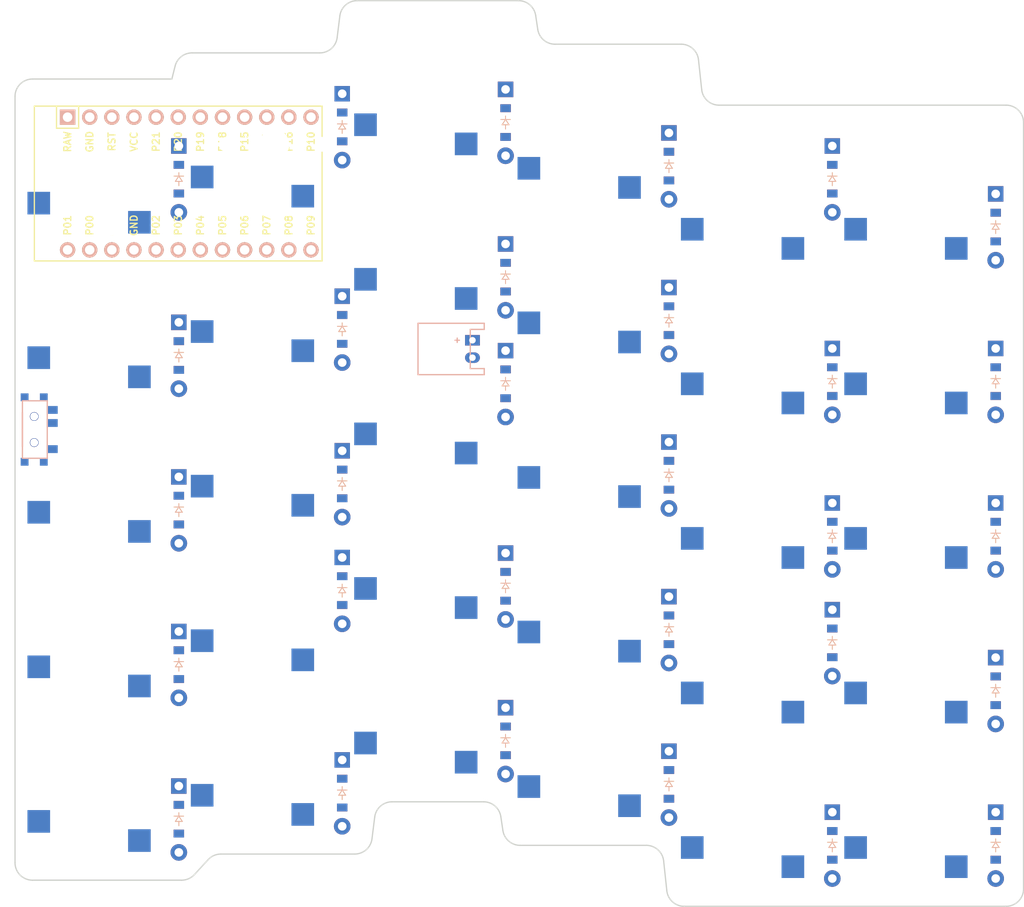
<source format=kicad_pcb>

            
(kicad_pcb (version 20171130) (host pcbnew 5.1.6)

  (page A3)
  (title_block
    (title right)
    (rev v1.0.0)
    (company Unknown)
  )

  (general
    (thickness 1.6)
  )

  (layers
    (0 F.Cu signal)
    (31 B.Cu signal)
    (32 B.Adhes user)
    (33 F.Adhes user)
    (34 B.Paste user)
    (35 F.Paste user)
    (36 B.SilkS user)
    (37 F.SilkS user)
    (38 B.Mask user)
    (39 F.Mask user)
    (40 Dwgs.User user)
    (41 Cmts.User user)
    (42 Eco1.User user)
    (43 Eco2.User user)
    (44 Edge.Cuts user)
    (45 Margin user)
    (46 B.CrtYd user)
    (47 F.CrtYd user)
    (48 B.Fab user)
    (49 F.Fab user)
  )

  (setup
    (last_trace_width 0.25)
    (trace_clearance 0.2)
    (zone_clearance 0.508)
    (zone_45_only no)
    (trace_min 0.2)
    (via_size 0.8)
    (via_drill 0.4)
    (via_min_size 0.4)
    (via_min_drill 0.3)
    (uvia_size 0.3)
    (uvia_drill 0.1)
    (uvias_allowed no)
    (uvia_min_size 0.2)
    (uvia_min_drill 0.1)
    (edge_width 0.05)
    (segment_width 0.2)
    (pcb_text_width 0.3)
    (pcb_text_size 1.5 1.5)
    (mod_edge_width 0.12)
    (mod_text_size 1 1)
    (mod_text_width 0.15)
    (pad_size 1.524 1.524)
    (pad_drill 0.762)
    (pad_to_mask_clearance 0.05)
    (aux_axis_origin 0 0)
    (visible_elements FFFFFF7F)
    (pcbplotparams
      (layerselection 0x010fc_ffffffff)
      (usegerberextensions false)
      (usegerberattributes true)
      (usegerberadvancedattributes true)
      (creategerberjobfile true)
      (excludeedgelayer true)
      (linewidth 0.100000)
      (plotframeref false)
      (viasonmask false)
      (mode 1)
      (useauxorigin false)
      (hpglpennumber 1)
      (hpglpenspeed 20)
      (hpglpendiameter 15.000000)
      (psnegative false)
      (psa4output false)
      (plotreference true)
      (plotvalue true)
      (plotinvisibletext false)
      (padsonsilk false)
      (subtractmaskfromsilk false)
      (outputformat 1)
      (mirror false)
      (drillshape 1)
      (scaleselection 1)
      (outputdirectory ""))
  )

            (net 0 "")
(net 1 "P020")
(net 2 "mirror_first_mod")
(net 3 "mirror_first_bottom")
(net 4 "mirror_first_home")
(net 5 "mirror_first_top")
(net 6 "mirror_first_num")
(net 7 "P022")
(net 8 "mirror_second_mod")
(net 9 "mirror_second_bottom")
(net 10 "mirror_second_home")
(net 11 "mirror_second_top")
(net 12 "mirror_second_num")
(net 13 "P024")
(net 14 "mirror_third_mod")
(net 15 "mirror_third_bottom")
(net 16 "mirror_third_home")
(net 17 "mirror_third_top")
(net 18 "mirror_third_num")
(net 19 "P100")
(net 20 "mirror_fourth_mod")
(net 21 "mirror_fourth_bottom")
(net 22 "mirror_fourth_home")
(net 23 "mirror_fourth_top")
(net 24 "mirror_fourth_num")
(net 25 "P011")
(net 26 "mirror_fifth_mod")
(net 27 "mirror_fifth_bottom")
(net 28 "mirror_fifth_home")
(net 29 "mirror_fifth_top")
(net 30 "mirror_fifth_num")
(net 31 "P017")
(net 32 "mirror_sixth_mod")
(net 33 "mirror_sixth_bottom")
(net 34 "mirror_sixth_home")
(net 35 "mirror_sixth_top")
(net 36 "mirror_sixth_num")
(net 37 "P113")
(net 38 "P115")
(net 39 "P002")
(net 40 "P029")
(net 41 "P031")
(net 42 "RAW")
(net 43 "GND")
(net 44 "RST")
(net 45 "VCC")
(net 46 "P21")
(net 47 "P20")
(net 48 "P19")
(net 49 "P18")
(net 50 "P15")
(net 51 "P14")
(net 52 "P16")
(net 53 "P10")
(net 54 "P1")
(net 55 "P0")
(net 56 "P2")
(net 57 "P3")
(net 58 "P4")
(net 59 "P5")
(net 60 "P6")
(net 61 "P7")
(net 62 "P8")
(net 63 "P9")
(net 64 "pos")
            
  (net_class Default "This is the default net class."
    (clearance 0.2)
    (trace_width 0.25)
    (via_dia 0.8)
    (via_drill 0.4)
    (uvia_dia 0.3)
    (uvia_drill 0.1)
    (add_net "")
(add_net "P020")
(add_net "mirror_first_mod")
(add_net "mirror_first_bottom")
(add_net "mirror_first_home")
(add_net "mirror_first_top")
(add_net "mirror_first_num")
(add_net "P022")
(add_net "mirror_second_mod")
(add_net "mirror_second_bottom")
(add_net "mirror_second_home")
(add_net "mirror_second_top")
(add_net "mirror_second_num")
(add_net "P024")
(add_net "mirror_third_mod")
(add_net "mirror_third_bottom")
(add_net "mirror_third_home")
(add_net "mirror_third_top")
(add_net "mirror_third_num")
(add_net "P100")
(add_net "mirror_fourth_mod")
(add_net "mirror_fourth_bottom")
(add_net "mirror_fourth_home")
(add_net "mirror_fourth_top")
(add_net "mirror_fourth_num")
(add_net "P011")
(add_net "mirror_fifth_mod")
(add_net "mirror_fifth_bottom")
(add_net "mirror_fifth_home")
(add_net "mirror_fifth_top")
(add_net "mirror_fifth_num")
(add_net "P017")
(add_net "mirror_sixth_mod")
(add_net "mirror_sixth_bottom")
(add_net "mirror_sixth_home")
(add_net "mirror_sixth_top")
(add_net "mirror_sixth_num")
(add_net "P113")
(add_net "P115")
(add_net "P002")
(add_net "P029")
(add_net "P031")
(add_net "RAW")
(add_net "GND")
(add_net "RST")
(add_net "VCC")
(add_net "P21")
(add_net "P20")
(add_net "P19")
(add_net "P18")
(add_net "P15")
(add_net "P14")
(add_net "P16")
(add_net "P10")
(add_net "P1")
(add_net "P0")
(add_net "P2")
(add_net "P3")
(add_net "P4")
(add_net "P5")
(add_net "P6")
(add_net "P7")
(add_net "P8")
(add_net "P9")
(add_net "pos")
  )

            
        
      (module PG1350 (layer F.Cu) (tedit 5DD50112)
      (at 347.5 150 -180)

      
      (fp_text reference "S1" (at 0 0) (layer F.SilkS) hide (effects (font (size 1.27 1.27) (thickness 0.15))))
      (fp_text value "" (at 0 0) (layer F.SilkS) hide (effects (font (size 1.27 1.27) (thickness 0.15))))

      
      (fp_line (start -7 -6) (end -7 -7) (layer Dwgs.User) (width 0.15))
      (fp_line (start -7 7) (end -6 7) (layer Dwgs.User) (width 0.15))
      (fp_line (start -6 -7) (end -7 -7) (layer Dwgs.User) (width 0.15))
      (fp_line (start -7 7) (end -7 6) (layer Dwgs.User) (width 0.15))
      (fp_line (start 7 6) (end 7 7) (layer Dwgs.User) (width 0.15))
      (fp_line (start 7 -7) (end 6 -7) (layer Dwgs.User) (width 0.15))
      (fp_line (start 6 7) (end 7 7) (layer Dwgs.User) (width 0.15))
      (fp_line (start 7 -7) (end 7 -6) (layer Dwgs.User) (width 0.15))      
      
      
      (pad "" np_thru_hole circle (at 0 0) (size 3.429 3.429) (drill 3.429) (layers *.Cu *.Mask))
        
      
      (pad "" np_thru_hole circle (at 5.5 0) (size 1.7018 1.7018) (drill 1.7018) (layers *.Cu *.Mask))
      (pad "" np_thru_hole circle (at -5.5 0) (size 1.7018 1.7018) (drill 1.7018) (layers *.Cu *.Mask))
      
        
      
      (fp_line (start -9 -8.5) (end 9 -8.5) (layer Dwgs.User) (width 0.15))
      (fp_line (start 9 -8.5) (end 9 8.5) (layer Dwgs.User) (width 0.15))
      (fp_line (start 9 8.5) (end -9 8.5) (layer Dwgs.User) (width 0.15))
      (fp_line (start -9 8.5) (end -9 -8.5) (layer Dwgs.User) (width 0.15))
      
        
          
          (pad "" np_thru_hole circle (at 5 -3.75) (size 3 3) (drill 3) (layers *.Cu *.Mask))
          (pad "" np_thru_hole circle (at 0 -5.95) (size 3 3) (drill 3) (layers *.Cu *.Mask))
      
          
          (pad 1 smd rect (at -3.275 -5.95 -180) (size 2.6 2.6) (layers B.Cu B.Paste B.Mask)  (net 1 "P020"))
          (pad 2 smd rect (at 8.275 -3.75 -180) (size 2.6 2.6) (layers B.Cu B.Paste B.Mask)  (net 2 "mirror_first_mod"))
        )
        

        
      (module PG1350 (layer F.Cu) (tedit 5DD50112)
      (at 347.5 132.25 -180)

      
      (fp_text reference "S2" (at 0 0) (layer F.SilkS) hide (effects (font (size 1.27 1.27) (thickness 0.15))))
      (fp_text value "" (at 0 0) (layer F.SilkS) hide (effects (font (size 1.27 1.27) (thickness 0.15))))

      
      (fp_line (start -7 -6) (end -7 -7) (layer Dwgs.User) (width 0.15))
      (fp_line (start -7 7) (end -6 7) (layer Dwgs.User) (width 0.15))
      (fp_line (start -6 -7) (end -7 -7) (layer Dwgs.User) (width 0.15))
      (fp_line (start -7 7) (end -7 6) (layer Dwgs.User) (width 0.15))
      (fp_line (start 7 6) (end 7 7) (layer Dwgs.User) (width 0.15))
      (fp_line (start 7 -7) (end 6 -7) (layer Dwgs.User) (width 0.15))
      (fp_line (start 6 7) (end 7 7) (layer Dwgs.User) (width 0.15))
      (fp_line (start 7 -7) (end 7 -6) (layer Dwgs.User) (width 0.15))      
      
      
      (pad "" np_thru_hole circle (at 0 0) (size 3.429 3.429) (drill 3.429) (layers *.Cu *.Mask))
        
      
      (pad "" np_thru_hole circle (at 5.5 0) (size 1.7018 1.7018) (drill 1.7018) (layers *.Cu *.Mask))
      (pad "" np_thru_hole circle (at -5.5 0) (size 1.7018 1.7018) (drill 1.7018) (layers *.Cu *.Mask))
      
        
      
      (fp_line (start -9 -8.5) (end 9 -8.5) (layer Dwgs.User) (width 0.15))
      (fp_line (start 9 -8.5) (end 9 8.5) (layer Dwgs.User) (width 0.15))
      (fp_line (start 9 8.5) (end -9 8.5) (layer Dwgs.User) (width 0.15))
      (fp_line (start -9 8.5) (end -9 -8.5) (layer Dwgs.User) (width 0.15))
      
        
          
          (pad "" np_thru_hole circle (at 5 -3.75) (size 3 3) (drill 3) (layers *.Cu *.Mask))
          (pad "" np_thru_hole circle (at 0 -5.95) (size 3 3) (drill 3) (layers *.Cu *.Mask))
      
          
          (pad 1 smd rect (at -3.275 -5.95 -180) (size 2.6 2.6) (layers B.Cu B.Paste B.Mask)  (net 1 "P020"))
          (pad 2 smd rect (at 8.275 -3.75 -180) (size 2.6 2.6) (layers B.Cu B.Paste B.Mask)  (net 3 "mirror_first_bottom"))
        )
        

        
      (module PG1350 (layer F.Cu) (tedit 5DD50112)
      (at 347.5 114.5 -180)

      
      (fp_text reference "S3" (at 0 0) (layer F.SilkS) hide (effects (font (size 1.27 1.27) (thickness 0.15))))
      (fp_text value "" (at 0 0) (layer F.SilkS) hide (effects (font (size 1.27 1.27) (thickness 0.15))))

      
      (fp_line (start -7 -6) (end -7 -7) (layer Dwgs.User) (width 0.15))
      (fp_line (start -7 7) (end -6 7) (layer Dwgs.User) (width 0.15))
      (fp_line (start -6 -7) (end -7 -7) (layer Dwgs.User) (width 0.15))
      (fp_line (start -7 7) (end -7 6) (layer Dwgs.User) (width 0.15))
      (fp_line (start 7 6) (end 7 7) (layer Dwgs.User) (width 0.15))
      (fp_line (start 7 -7) (end 6 -7) (layer Dwgs.User) (width 0.15))
      (fp_line (start 6 7) (end 7 7) (layer Dwgs.User) (width 0.15))
      (fp_line (start 7 -7) (end 7 -6) (layer Dwgs.User) (width 0.15))      
      
      
      (pad "" np_thru_hole circle (at 0 0) (size 3.429 3.429) (drill 3.429) (layers *.Cu *.Mask))
        
      
      (pad "" np_thru_hole circle (at 5.5 0) (size 1.7018 1.7018) (drill 1.7018) (layers *.Cu *.Mask))
      (pad "" np_thru_hole circle (at -5.5 0) (size 1.7018 1.7018) (drill 1.7018) (layers *.Cu *.Mask))
      
        
      
      (fp_line (start -9 -8.5) (end 9 -8.5) (layer Dwgs.User) (width 0.15))
      (fp_line (start 9 -8.5) (end 9 8.5) (layer Dwgs.User) (width 0.15))
      (fp_line (start 9 8.5) (end -9 8.5) (layer Dwgs.User) (width 0.15))
      (fp_line (start -9 8.5) (end -9 -8.5) (layer Dwgs.User) (width 0.15))
      
        
          
          (pad "" np_thru_hole circle (at 5 -3.75) (size 3 3) (drill 3) (layers *.Cu *.Mask))
          (pad "" np_thru_hole circle (at 0 -5.95) (size 3 3) (drill 3) (layers *.Cu *.Mask))
      
          
          (pad 1 smd rect (at -3.275 -5.95 -180) (size 2.6 2.6) (layers B.Cu B.Paste B.Mask)  (net 1 "P020"))
          (pad 2 smd rect (at 8.275 -3.75 -180) (size 2.6 2.6) (layers B.Cu B.Paste B.Mask)  (net 4 "mirror_first_home"))
        )
        

        
      (module PG1350 (layer F.Cu) (tedit 5DD50112)
      (at 347.5 96.75 -180)

      
      (fp_text reference "S4" (at 0 0) (layer F.SilkS) hide (effects (font (size 1.27 1.27) (thickness 0.15))))
      (fp_text value "" (at 0 0) (layer F.SilkS) hide (effects (font (size 1.27 1.27) (thickness 0.15))))

      
      (fp_line (start -7 -6) (end -7 -7) (layer Dwgs.User) (width 0.15))
      (fp_line (start -7 7) (end -6 7) (layer Dwgs.User) (width 0.15))
      (fp_line (start -6 -7) (end -7 -7) (layer Dwgs.User) (width 0.15))
      (fp_line (start -7 7) (end -7 6) (layer Dwgs.User) (width 0.15))
      (fp_line (start 7 6) (end 7 7) (layer Dwgs.User) (width 0.15))
      (fp_line (start 7 -7) (end 6 -7) (layer Dwgs.User) (width 0.15))
      (fp_line (start 6 7) (end 7 7) (layer Dwgs.User) (width 0.15))
      (fp_line (start 7 -7) (end 7 -6) (layer Dwgs.User) (width 0.15))      
      
      
      (pad "" np_thru_hole circle (at 0 0) (size 3.429 3.429) (drill 3.429) (layers *.Cu *.Mask))
        
      
      (pad "" np_thru_hole circle (at 5.5 0) (size 1.7018 1.7018) (drill 1.7018) (layers *.Cu *.Mask))
      (pad "" np_thru_hole circle (at -5.5 0) (size 1.7018 1.7018) (drill 1.7018) (layers *.Cu *.Mask))
      
        
      
      (fp_line (start -9 -8.5) (end 9 -8.5) (layer Dwgs.User) (width 0.15))
      (fp_line (start 9 -8.5) (end 9 8.5) (layer Dwgs.User) (width 0.15))
      (fp_line (start 9 8.5) (end -9 8.5) (layer Dwgs.User) (width 0.15))
      (fp_line (start -9 8.5) (end -9 -8.5) (layer Dwgs.User) (width 0.15))
      
        
          
          (pad "" np_thru_hole circle (at 5 -3.75) (size 3 3) (drill 3) (layers *.Cu *.Mask))
          (pad "" np_thru_hole circle (at 0 -5.95) (size 3 3) (drill 3) (layers *.Cu *.Mask))
      
          
          (pad 1 smd rect (at -3.275 -5.95 -180) (size 2.6 2.6) (layers B.Cu B.Paste B.Mask)  (net 1 "P020"))
          (pad 2 smd rect (at 8.275 -3.75 -180) (size 2.6 2.6) (layers B.Cu B.Paste B.Mask)  (net 5 "mirror_first_top"))
        )
        

        
      (module PG1350 (layer F.Cu) (tedit 5DD50112)
      (at 347.5 79 -180)

      
      (fp_text reference "S5" (at 0 0) (layer F.SilkS) hide (effects (font (size 1.27 1.27) (thickness 0.15))))
      (fp_text value "" (at 0 0) (layer F.SilkS) hide (effects (font (size 1.27 1.27) (thickness 0.15))))

      
      (fp_line (start -7 -6) (end -7 -7) (layer Dwgs.User) (width 0.15))
      (fp_line (start -7 7) (end -6 7) (layer Dwgs.User) (width 0.15))
      (fp_line (start -6 -7) (end -7 -7) (layer Dwgs.User) (width 0.15))
      (fp_line (start -7 7) (end -7 6) (layer Dwgs.User) (width 0.15))
      (fp_line (start 7 6) (end 7 7) (layer Dwgs.User) (width 0.15))
      (fp_line (start 7 -7) (end 6 -7) (layer Dwgs.User) (width 0.15))
      (fp_line (start 6 7) (end 7 7) (layer Dwgs.User) (width 0.15))
      (fp_line (start 7 -7) (end 7 -6) (layer Dwgs.User) (width 0.15))      
      
      
      (pad "" np_thru_hole circle (at 0 0) (size 3.429 3.429) (drill 3.429) (layers *.Cu *.Mask))
        
      
      (pad "" np_thru_hole circle (at 5.5 0) (size 1.7018 1.7018) (drill 1.7018) (layers *.Cu *.Mask))
      (pad "" np_thru_hole circle (at -5.5 0) (size 1.7018 1.7018) (drill 1.7018) (layers *.Cu *.Mask))
      
        
      
      (fp_line (start -9 -8.5) (end 9 -8.5) (layer Dwgs.User) (width 0.15))
      (fp_line (start 9 -8.5) (end 9 8.5) (layer Dwgs.User) (width 0.15))
      (fp_line (start 9 8.5) (end -9 8.5) (layer Dwgs.User) (width 0.15))
      (fp_line (start -9 8.5) (end -9 -8.5) (layer Dwgs.User) (width 0.15))
      
        
          
          (pad "" np_thru_hole circle (at 5 -3.75) (size 3 3) (drill 3) (layers *.Cu *.Mask))
          (pad "" np_thru_hole circle (at 0 -5.95) (size 3 3) (drill 3) (layers *.Cu *.Mask))
      
          
          (pad 1 smd rect (at -3.275 -5.95 -180) (size 2.6 2.6) (layers B.Cu B.Paste B.Mask)  (net 1 "P020"))
          (pad 2 smd rect (at 8.275 -3.75 -180) (size 2.6 2.6) (layers B.Cu B.Paste B.Mask)  (net 6 "mirror_first_num"))
        )
        

        
      (module PG1350 (layer F.Cu) (tedit 5DD50112)
      (at 328.75 150 -180)

      
      (fp_text reference "S6" (at 0 0) (layer F.SilkS) hide (effects (font (size 1.27 1.27) (thickness 0.15))))
      (fp_text value "" (at 0 0) (layer F.SilkS) hide (effects (font (size 1.27 1.27) (thickness 0.15))))

      
      (fp_line (start -7 -6) (end -7 -7) (layer Dwgs.User) (width 0.15))
      (fp_line (start -7 7) (end -6 7) (layer Dwgs.User) (width 0.15))
      (fp_line (start -6 -7) (end -7 -7) (layer Dwgs.User) (width 0.15))
      (fp_line (start -7 7) (end -7 6) (layer Dwgs.User) (width 0.15))
      (fp_line (start 7 6) (end 7 7) (layer Dwgs.User) (width 0.15))
      (fp_line (start 7 -7) (end 6 -7) (layer Dwgs.User) (width 0.15))
      (fp_line (start 6 7) (end 7 7) (layer Dwgs.User) (width 0.15))
      (fp_line (start 7 -7) (end 7 -6) (layer Dwgs.User) (width 0.15))      
      
      
      (pad "" np_thru_hole circle (at 0 0) (size 3.429 3.429) (drill 3.429) (layers *.Cu *.Mask))
        
      
      (pad "" np_thru_hole circle (at 5.5 0) (size 1.7018 1.7018) (drill 1.7018) (layers *.Cu *.Mask))
      (pad "" np_thru_hole circle (at -5.5 0) (size 1.7018 1.7018) (drill 1.7018) (layers *.Cu *.Mask))
      
        
      
      (fp_line (start -9 -8.5) (end 9 -8.5) (layer Dwgs.User) (width 0.15))
      (fp_line (start 9 -8.5) (end 9 8.5) (layer Dwgs.User) (width 0.15))
      (fp_line (start 9 8.5) (end -9 8.5) (layer Dwgs.User) (width 0.15))
      (fp_line (start -9 8.5) (end -9 -8.5) (layer Dwgs.User) (width 0.15))
      
        
          
          (pad "" np_thru_hole circle (at 5 -3.75) (size 3 3) (drill 3) (layers *.Cu *.Mask))
          (pad "" np_thru_hole circle (at 0 -5.95) (size 3 3) (drill 3) (layers *.Cu *.Mask))
      
          
          (pad 1 smd rect (at -3.275 -5.95 -180) (size 2.6 2.6) (layers B.Cu B.Paste B.Mask)  (net 7 "P022"))
          (pad 2 smd rect (at 8.275 -3.75 -180) (size 2.6 2.6) (layers B.Cu B.Paste B.Mask)  (net 8 "mirror_second_mod"))
        )
        

        
      (module PG1350 (layer F.Cu) (tedit 5DD50112)
      (at 328.75 132.25 -180)

      
      (fp_text reference "S7" (at 0 0) (layer F.SilkS) hide (effects (font (size 1.27 1.27) (thickness 0.15))))
      (fp_text value "" (at 0 0) (layer F.SilkS) hide (effects (font (size 1.27 1.27) (thickness 0.15))))

      
      (fp_line (start -7 -6) (end -7 -7) (layer Dwgs.User) (width 0.15))
      (fp_line (start -7 7) (end -6 7) (layer Dwgs.User) (width 0.15))
      (fp_line (start -6 -7) (end -7 -7) (layer Dwgs.User) (width 0.15))
      (fp_line (start -7 7) (end -7 6) (layer Dwgs.User) (width 0.15))
      (fp_line (start 7 6) (end 7 7) (layer Dwgs.User) (width 0.15))
      (fp_line (start 7 -7) (end 6 -7) (layer Dwgs.User) (width 0.15))
      (fp_line (start 6 7) (end 7 7) (layer Dwgs.User) (width 0.15))
      (fp_line (start 7 -7) (end 7 -6) (layer Dwgs.User) (width 0.15))      
      
      
      (pad "" np_thru_hole circle (at 0 0) (size 3.429 3.429) (drill 3.429) (layers *.Cu *.Mask))
        
      
      (pad "" np_thru_hole circle (at 5.5 0) (size 1.7018 1.7018) (drill 1.7018) (layers *.Cu *.Mask))
      (pad "" np_thru_hole circle (at -5.5 0) (size 1.7018 1.7018) (drill 1.7018) (layers *.Cu *.Mask))
      
        
      
      (fp_line (start -9 -8.5) (end 9 -8.5) (layer Dwgs.User) (width 0.15))
      (fp_line (start 9 -8.5) (end 9 8.5) (layer Dwgs.User) (width 0.15))
      (fp_line (start 9 8.5) (end -9 8.5) (layer Dwgs.User) (width 0.15))
      (fp_line (start -9 8.5) (end -9 -8.5) (layer Dwgs.User) (width 0.15))
      
        
          
          (pad "" np_thru_hole circle (at 5 -3.75) (size 3 3) (drill 3) (layers *.Cu *.Mask))
          (pad "" np_thru_hole circle (at 0 -5.95) (size 3 3) (drill 3) (layers *.Cu *.Mask))
      
          
          (pad 1 smd rect (at -3.275 -5.95 -180) (size 2.6 2.6) (layers B.Cu B.Paste B.Mask)  (net 7 "P022"))
          (pad 2 smd rect (at 8.275 -3.75 -180) (size 2.6 2.6) (layers B.Cu B.Paste B.Mask)  (net 9 "mirror_second_bottom"))
        )
        

        
      (module PG1350 (layer F.Cu) (tedit 5DD50112)
      (at 328.75 114.5 -180)

      
      (fp_text reference "S8" (at 0 0) (layer F.SilkS) hide (effects (font (size 1.27 1.27) (thickness 0.15))))
      (fp_text value "" (at 0 0) (layer F.SilkS) hide (effects (font (size 1.27 1.27) (thickness 0.15))))

      
      (fp_line (start -7 -6) (end -7 -7) (layer Dwgs.User) (width 0.15))
      (fp_line (start -7 7) (end -6 7) (layer Dwgs.User) (width 0.15))
      (fp_line (start -6 -7) (end -7 -7) (layer Dwgs.User) (width 0.15))
      (fp_line (start -7 7) (end -7 6) (layer Dwgs.User) (width 0.15))
      (fp_line (start 7 6) (end 7 7) (layer Dwgs.User) (width 0.15))
      (fp_line (start 7 -7) (end 6 -7) (layer Dwgs.User) (width 0.15))
      (fp_line (start 6 7) (end 7 7) (layer Dwgs.User) (width 0.15))
      (fp_line (start 7 -7) (end 7 -6) (layer Dwgs.User) (width 0.15))      
      
      
      (pad "" np_thru_hole circle (at 0 0) (size 3.429 3.429) (drill 3.429) (layers *.Cu *.Mask))
        
      
      (pad "" np_thru_hole circle (at 5.5 0) (size 1.7018 1.7018) (drill 1.7018) (layers *.Cu *.Mask))
      (pad "" np_thru_hole circle (at -5.5 0) (size 1.7018 1.7018) (drill 1.7018) (layers *.Cu *.Mask))
      
        
      
      (fp_line (start -9 -8.5) (end 9 -8.5) (layer Dwgs.User) (width 0.15))
      (fp_line (start 9 -8.5) (end 9 8.5) (layer Dwgs.User) (width 0.15))
      (fp_line (start 9 8.5) (end -9 8.5) (layer Dwgs.User) (width 0.15))
      (fp_line (start -9 8.5) (end -9 -8.5) (layer Dwgs.User) (width 0.15))
      
        
          
          (pad "" np_thru_hole circle (at 5 -3.75) (size 3 3) (drill 3) (layers *.Cu *.Mask))
          (pad "" np_thru_hole circle (at 0 -5.95) (size 3 3) (drill 3) (layers *.Cu *.Mask))
      
          
          (pad 1 smd rect (at -3.275 -5.95 -180) (size 2.6 2.6) (layers B.Cu B.Paste B.Mask)  (net 7 "P022"))
          (pad 2 smd rect (at 8.275 -3.75 -180) (size 2.6 2.6) (layers B.Cu B.Paste B.Mask)  (net 10 "mirror_second_home"))
        )
        

        
      (module PG1350 (layer F.Cu) (tedit 5DD50112)
      (at 328.75 96.75 -180)

      
      (fp_text reference "S9" (at 0 0) (layer F.SilkS) hide (effects (font (size 1.27 1.27) (thickness 0.15))))
      (fp_text value "" (at 0 0) (layer F.SilkS) hide (effects (font (size 1.27 1.27) (thickness 0.15))))

      
      (fp_line (start -7 -6) (end -7 -7) (layer Dwgs.User) (width 0.15))
      (fp_line (start -7 7) (end -6 7) (layer Dwgs.User) (width 0.15))
      (fp_line (start -6 -7) (end -7 -7) (layer Dwgs.User) (width 0.15))
      (fp_line (start -7 7) (end -7 6) (layer Dwgs.User) (width 0.15))
      (fp_line (start 7 6) (end 7 7) (layer Dwgs.User) (width 0.15))
      (fp_line (start 7 -7) (end 6 -7) (layer Dwgs.User) (width 0.15))
      (fp_line (start 6 7) (end 7 7) (layer Dwgs.User) (width 0.15))
      (fp_line (start 7 -7) (end 7 -6) (layer Dwgs.User) (width 0.15))      
      
      
      (pad "" np_thru_hole circle (at 0 0) (size 3.429 3.429) (drill 3.429) (layers *.Cu *.Mask))
        
      
      (pad "" np_thru_hole circle (at 5.5 0) (size 1.7018 1.7018) (drill 1.7018) (layers *.Cu *.Mask))
      (pad "" np_thru_hole circle (at -5.5 0) (size 1.7018 1.7018) (drill 1.7018) (layers *.Cu *.Mask))
      
        
      
      (fp_line (start -9 -8.5) (end 9 -8.5) (layer Dwgs.User) (width 0.15))
      (fp_line (start 9 -8.5) (end 9 8.5) (layer Dwgs.User) (width 0.15))
      (fp_line (start 9 8.5) (end -9 8.5) (layer Dwgs.User) (width 0.15))
      (fp_line (start -9 8.5) (end -9 -8.5) (layer Dwgs.User) (width 0.15))
      
        
          
          (pad "" np_thru_hole circle (at 5 -3.75) (size 3 3) (drill 3) (layers *.Cu *.Mask))
          (pad "" np_thru_hole circle (at 0 -5.95) (size 3 3) (drill 3) (layers *.Cu *.Mask))
      
          
          (pad 1 smd rect (at -3.275 -5.95 -180) (size 2.6 2.6) (layers B.Cu B.Paste B.Mask)  (net 7 "P022"))
          (pad 2 smd rect (at 8.275 -3.75 -180) (size 2.6 2.6) (layers B.Cu B.Paste B.Mask)  (net 11 "mirror_second_top"))
        )
        

        
      (module PG1350 (layer F.Cu) (tedit 5DD50112)
      (at 328.75 79 -180)

      
      (fp_text reference "S10" (at 0 0) (layer F.SilkS) hide (effects (font (size 1.27 1.27) (thickness 0.15))))
      (fp_text value "" (at 0 0) (layer F.SilkS) hide (effects (font (size 1.27 1.27) (thickness 0.15))))

      
      (fp_line (start -7 -6) (end -7 -7) (layer Dwgs.User) (width 0.15))
      (fp_line (start -7 7) (end -6 7) (layer Dwgs.User) (width 0.15))
      (fp_line (start -6 -7) (end -7 -7) (layer Dwgs.User) (width 0.15))
      (fp_line (start -7 7) (end -7 6) (layer Dwgs.User) (width 0.15))
      (fp_line (start 7 6) (end 7 7) (layer Dwgs.User) (width 0.15))
      (fp_line (start 7 -7) (end 6 -7) (layer Dwgs.User) (width 0.15))
      (fp_line (start 6 7) (end 7 7) (layer Dwgs.User) (width 0.15))
      (fp_line (start 7 -7) (end 7 -6) (layer Dwgs.User) (width 0.15))      
      
      
      (pad "" np_thru_hole circle (at 0 0) (size 3.429 3.429) (drill 3.429) (layers *.Cu *.Mask))
        
      
      (pad "" np_thru_hole circle (at 5.5 0) (size 1.7018 1.7018) (drill 1.7018) (layers *.Cu *.Mask))
      (pad "" np_thru_hole circle (at -5.5 0) (size 1.7018 1.7018) (drill 1.7018) (layers *.Cu *.Mask))
      
        
      
      (fp_line (start -9 -8.5) (end 9 -8.5) (layer Dwgs.User) (width 0.15))
      (fp_line (start 9 -8.5) (end 9 8.5) (layer Dwgs.User) (width 0.15))
      (fp_line (start 9 8.5) (end -9 8.5) (layer Dwgs.User) (width 0.15))
      (fp_line (start -9 8.5) (end -9 -8.5) (layer Dwgs.User) (width 0.15))
      
        
          
          (pad "" np_thru_hole circle (at 5 -3.75) (size 3 3) (drill 3) (layers *.Cu *.Mask))
          (pad "" np_thru_hole circle (at 0 -5.95) (size 3 3) (drill 3) (layers *.Cu *.Mask))
      
          
          (pad 1 smd rect (at -3.275 -5.95 -180) (size 2.6 2.6) (layers B.Cu B.Paste B.Mask)  (net 7 "P022"))
          (pad 2 smd rect (at 8.275 -3.75 -180) (size 2.6 2.6) (layers B.Cu B.Paste B.Mask)  (net 12 "mirror_second_num"))
        )
        

        
      (module PG1350 (layer F.Cu) (tedit 5DD50112)
      (at 310 143 -180)

      
      (fp_text reference "S11" (at 0 0) (layer F.SilkS) hide (effects (font (size 1.27 1.27) (thickness 0.15))))
      (fp_text value "" (at 0 0) (layer F.SilkS) hide (effects (font (size 1.27 1.27) (thickness 0.15))))

      
      (fp_line (start -7 -6) (end -7 -7) (layer Dwgs.User) (width 0.15))
      (fp_line (start -7 7) (end -6 7) (layer Dwgs.User) (width 0.15))
      (fp_line (start -6 -7) (end -7 -7) (layer Dwgs.User) (width 0.15))
      (fp_line (start -7 7) (end -7 6) (layer Dwgs.User) (width 0.15))
      (fp_line (start 7 6) (end 7 7) (layer Dwgs.User) (width 0.15))
      (fp_line (start 7 -7) (end 6 -7) (layer Dwgs.User) (width 0.15))
      (fp_line (start 6 7) (end 7 7) (layer Dwgs.User) (width 0.15))
      (fp_line (start 7 -7) (end 7 -6) (layer Dwgs.User) (width 0.15))      
      
      
      (pad "" np_thru_hole circle (at 0 0) (size 3.429 3.429) (drill 3.429) (layers *.Cu *.Mask))
        
      
      (pad "" np_thru_hole circle (at 5.5 0) (size 1.7018 1.7018) (drill 1.7018) (layers *.Cu *.Mask))
      (pad "" np_thru_hole circle (at -5.5 0) (size 1.7018 1.7018) (drill 1.7018) (layers *.Cu *.Mask))
      
        
      
      (fp_line (start -9 -8.5) (end 9 -8.5) (layer Dwgs.User) (width 0.15))
      (fp_line (start 9 -8.5) (end 9 8.5) (layer Dwgs.User) (width 0.15))
      (fp_line (start 9 8.5) (end -9 8.5) (layer Dwgs.User) (width 0.15))
      (fp_line (start -9 8.5) (end -9 -8.5) (layer Dwgs.User) (width 0.15))
      
        
          
          (pad "" np_thru_hole circle (at 5 -3.75) (size 3 3) (drill 3) (layers *.Cu *.Mask))
          (pad "" np_thru_hole circle (at 0 -5.95) (size 3 3) (drill 3) (layers *.Cu *.Mask))
      
          
          (pad 1 smd rect (at -3.275 -5.95 -180) (size 2.6 2.6) (layers B.Cu B.Paste B.Mask)  (net 13 "P024"))
          (pad 2 smd rect (at 8.275 -3.75 -180) (size 2.6 2.6) (layers B.Cu B.Paste B.Mask)  (net 14 "mirror_third_mod"))
        )
        

        
      (module PG1350 (layer F.Cu) (tedit 5DD50112)
      (at 310 125.25 -180)

      
      (fp_text reference "S12" (at 0 0) (layer F.SilkS) hide (effects (font (size 1.27 1.27) (thickness 0.15))))
      (fp_text value "" (at 0 0) (layer F.SilkS) hide (effects (font (size 1.27 1.27) (thickness 0.15))))

      
      (fp_line (start -7 -6) (end -7 -7) (layer Dwgs.User) (width 0.15))
      (fp_line (start -7 7) (end -6 7) (layer Dwgs.User) (width 0.15))
      (fp_line (start -6 -7) (end -7 -7) (layer Dwgs.User) (width 0.15))
      (fp_line (start -7 7) (end -7 6) (layer Dwgs.User) (width 0.15))
      (fp_line (start 7 6) (end 7 7) (layer Dwgs.User) (width 0.15))
      (fp_line (start 7 -7) (end 6 -7) (layer Dwgs.User) (width 0.15))
      (fp_line (start 6 7) (end 7 7) (layer Dwgs.User) (width 0.15))
      (fp_line (start 7 -7) (end 7 -6) (layer Dwgs.User) (width 0.15))      
      
      
      (pad "" np_thru_hole circle (at 0 0) (size 3.429 3.429) (drill 3.429) (layers *.Cu *.Mask))
        
      
      (pad "" np_thru_hole circle (at 5.5 0) (size 1.7018 1.7018) (drill 1.7018) (layers *.Cu *.Mask))
      (pad "" np_thru_hole circle (at -5.5 0) (size 1.7018 1.7018) (drill 1.7018) (layers *.Cu *.Mask))
      
        
      
      (fp_line (start -9 -8.5) (end 9 -8.5) (layer Dwgs.User) (width 0.15))
      (fp_line (start 9 -8.5) (end 9 8.5) (layer Dwgs.User) (width 0.15))
      (fp_line (start 9 8.5) (end -9 8.5) (layer Dwgs.User) (width 0.15))
      (fp_line (start -9 8.5) (end -9 -8.5) (layer Dwgs.User) (width 0.15))
      
        
          
          (pad "" np_thru_hole circle (at 5 -3.75) (size 3 3) (drill 3) (layers *.Cu *.Mask))
          (pad "" np_thru_hole circle (at 0 -5.95) (size 3 3) (drill 3) (layers *.Cu *.Mask))
      
          
          (pad 1 smd rect (at -3.275 -5.95 -180) (size 2.6 2.6) (layers B.Cu B.Paste B.Mask)  (net 13 "P024"))
          (pad 2 smd rect (at 8.275 -3.75 -180) (size 2.6 2.6) (layers B.Cu B.Paste B.Mask)  (net 15 "mirror_third_bottom"))
        )
        

        
      (module PG1350 (layer F.Cu) (tedit 5DD50112)
      (at 310 107.5 -180)

      
      (fp_text reference "S13" (at 0 0) (layer F.SilkS) hide (effects (font (size 1.27 1.27) (thickness 0.15))))
      (fp_text value "" (at 0 0) (layer F.SilkS) hide (effects (font (size 1.27 1.27) (thickness 0.15))))

      
      (fp_line (start -7 -6) (end -7 -7) (layer Dwgs.User) (width 0.15))
      (fp_line (start -7 7) (end -6 7) (layer Dwgs.User) (width 0.15))
      (fp_line (start -6 -7) (end -7 -7) (layer Dwgs.User) (width 0.15))
      (fp_line (start -7 7) (end -7 6) (layer Dwgs.User) (width 0.15))
      (fp_line (start 7 6) (end 7 7) (layer Dwgs.User) (width 0.15))
      (fp_line (start 7 -7) (end 6 -7) (layer Dwgs.User) (width 0.15))
      (fp_line (start 6 7) (end 7 7) (layer Dwgs.User) (width 0.15))
      (fp_line (start 7 -7) (end 7 -6) (layer Dwgs.User) (width 0.15))      
      
      
      (pad "" np_thru_hole circle (at 0 0) (size 3.429 3.429) (drill 3.429) (layers *.Cu *.Mask))
        
      
      (pad "" np_thru_hole circle (at 5.5 0) (size 1.7018 1.7018) (drill 1.7018) (layers *.Cu *.Mask))
      (pad "" np_thru_hole circle (at -5.5 0) (size 1.7018 1.7018) (drill 1.7018) (layers *.Cu *.Mask))
      
        
      
      (fp_line (start -9 -8.5) (end 9 -8.5) (layer Dwgs.User) (width 0.15))
      (fp_line (start 9 -8.5) (end 9 8.5) (layer Dwgs.User) (width 0.15))
      (fp_line (start 9 8.5) (end -9 8.5) (layer Dwgs.User) (width 0.15))
      (fp_line (start -9 8.5) (end -9 -8.5) (layer Dwgs.User) (width 0.15))
      
        
          
          (pad "" np_thru_hole circle (at 5 -3.75) (size 3 3) (drill 3) (layers *.Cu *.Mask))
          (pad "" np_thru_hole circle (at 0 -5.95) (size 3 3) (drill 3) (layers *.Cu *.Mask))
      
          
          (pad 1 smd rect (at -3.275 -5.95 -180) (size 2.6 2.6) (layers B.Cu B.Paste B.Mask)  (net 13 "P024"))
          (pad 2 smd rect (at 8.275 -3.75 -180) (size 2.6 2.6) (layers B.Cu B.Paste B.Mask)  (net 16 "mirror_third_home"))
        )
        

        
      (module PG1350 (layer F.Cu) (tedit 5DD50112)
      (at 310 89.75 -180)

      
      (fp_text reference "S14" (at 0 0) (layer F.SilkS) hide (effects (font (size 1.27 1.27) (thickness 0.15))))
      (fp_text value "" (at 0 0) (layer F.SilkS) hide (effects (font (size 1.27 1.27) (thickness 0.15))))

      
      (fp_line (start -7 -6) (end -7 -7) (layer Dwgs.User) (width 0.15))
      (fp_line (start -7 7) (end -6 7) (layer Dwgs.User) (width 0.15))
      (fp_line (start -6 -7) (end -7 -7) (layer Dwgs.User) (width 0.15))
      (fp_line (start -7 7) (end -7 6) (layer Dwgs.User) (width 0.15))
      (fp_line (start 7 6) (end 7 7) (layer Dwgs.User) (width 0.15))
      (fp_line (start 7 -7) (end 6 -7) (layer Dwgs.User) (width 0.15))
      (fp_line (start 6 7) (end 7 7) (layer Dwgs.User) (width 0.15))
      (fp_line (start 7 -7) (end 7 -6) (layer Dwgs.User) (width 0.15))      
      
      
      (pad "" np_thru_hole circle (at 0 0) (size 3.429 3.429) (drill 3.429) (layers *.Cu *.Mask))
        
      
      (pad "" np_thru_hole circle (at 5.5 0) (size 1.7018 1.7018) (drill 1.7018) (layers *.Cu *.Mask))
      (pad "" np_thru_hole circle (at -5.5 0) (size 1.7018 1.7018) (drill 1.7018) (layers *.Cu *.Mask))
      
        
      
      (fp_line (start -9 -8.5) (end 9 -8.5) (layer Dwgs.User) (width 0.15))
      (fp_line (start 9 -8.5) (end 9 8.5) (layer Dwgs.User) (width 0.15))
      (fp_line (start 9 8.5) (end -9 8.5) (layer Dwgs.User) (width 0.15))
      (fp_line (start -9 8.5) (end -9 -8.5) (layer Dwgs.User) (width 0.15))
      
        
          
          (pad "" np_thru_hole circle (at 5 -3.75) (size 3 3) (drill 3) (layers *.Cu *.Mask))
          (pad "" np_thru_hole circle (at 0 -5.95) (size 3 3) (drill 3) (layers *.Cu *.Mask))
      
          
          (pad 1 smd rect (at -3.275 -5.95 -180) (size 2.6 2.6) (layers B.Cu B.Paste B.Mask)  (net 13 "P024"))
          (pad 2 smd rect (at 8.275 -3.75 -180) (size 2.6 2.6) (layers B.Cu B.Paste B.Mask)  (net 17 "mirror_third_top"))
        )
        

        
      (module PG1350 (layer F.Cu) (tedit 5DD50112)
      (at 310 72 -180)

      
      (fp_text reference "S15" (at 0 0) (layer F.SilkS) hide (effects (font (size 1.27 1.27) (thickness 0.15))))
      (fp_text value "" (at 0 0) (layer F.SilkS) hide (effects (font (size 1.27 1.27) (thickness 0.15))))

      
      (fp_line (start -7 -6) (end -7 -7) (layer Dwgs.User) (width 0.15))
      (fp_line (start -7 7) (end -6 7) (layer Dwgs.User) (width 0.15))
      (fp_line (start -6 -7) (end -7 -7) (layer Dwgs.User) (width 0.15))
      (fp_line (start -7 7) (end -7 6) (layer Dwgs.User) (width 0.15))
      (fp_line (start 7 6) (end 7 7) (layer Dwgs.User) (width 0.15))
      (fp_line (start 7 -7) (end 6 -7) (layer Dwgs.User) (width 0.15))
      (fp_line (start 6 7) (end 7 7) (layer Dwgs.User) (width 0.15))
      (fp_line (start 7 -7) (end 7 -6) (layer Dwgs.User) (width 0.15))      
      
      
      (pad "" np_thru_hole circle (at 0 0) (size 3.429 3.429) (drill 3.429) (layers *.Cu *.Mask))
        
      
      (pad "" np_thru_hole circle (at 5.5 0) (size 1.7018 1.7018) (drill 1.7018) (layers *.Cu *.Mask))
      (pad "" np_thru_hole circle (at -5.5 0) (size 1.7018 1.7018) (drill 1.7018) (layers *.Cu *.Mask))
      
        
      
      (fp_line (start -9 -8.5) (end 9 -8.5) (layer Dwgs.User) (width 0.15))
      (fp_line (start 9 -8.5) (end 9 8.5) (layer Dwgs.User) (width 0.15))
      (fp_line (start 9 8.5) (end -9 8.5) (layer Dwgs.User) (width 0.15))
      (fp_line (start -9 8.5) (end -9 -8.5) (layer Dwgs.User) (width 0.15))
      
        
          
          (pad "" np_thru_hole circle (at 5 -3.75) (size 3 3) (drill 3) (layers *.Cu *.Mask))
          (pad "" np_thru_hole circle (at 0 -5.95) (size 3 3) (drill 3) (layers *.Cu *.Mask))
      
          
          (pad 1 smd rect (at -3.275 -5.95 -180) (size 2.6 2.6) (layers B.Cu B.Paste B.Mask)  (net 13 "P024"))
          (pad 2 smd rect (at 8.275 -3.75 -180) (size 2.6 2.6) (layers B.Cu B.Paste B.Mask)  (net 18 "mirror_third_num"))
        )
        

        
      (module PG1350 (layer F.Cu) (tedit 5DD50112)
      (at 291.25 138 -180)

      
      (fp_text reference "S16" (at 0 0) (layer F.SilkS) hide (effects (font (size 1.27 1.27) (thickness 0.15))))
      (fp_text value "" (at 0 0) (layer F.SilkS) hide (effects (font (size 1.27 1.27) (thickness 0.15))))

      
      (fp_line (start -7 -6) (end -7 -7) (layer Dwgs.User) (width 0.15))
      (fp_line (start -7 7) (end -6 7) (layer Dwgs.User) (width 0.15))
      (fp_line (start -6 -7) (end -7 -7) (layer Dwgs.User) (width 0.15))
      (fp_line (start -7 7) (end -7 6) (layer Dwgs.User) (width 0.15))
      (fp_line (start 7 6) (end 7 7) (layer Dwgs.User) (width 0.15))
      (fp_line (start 7 -7) (end 6 -7) (layer Dwgs.User) (width 0.15))
      (fp_line (start 6 7) (end 7 7) (layer Dwgs.User) (width 0.15))
      (fp_line (start 7 -7) (end 7 -6) (layer Dwgs.User) (width 0.15))      
      
      
      (pad "" np_thru_hole circle (at 0 0) (size 3.429 3.429) (drill 3.429) (layers *.Cu *.Mask))
        
      
      (pad "" np_thru_hole circle (at 5.5 0) (size 1.7018 1.7018) (drill 1.7018) (layers *.Cu *.Mask))
      (pad "" np_thru_hole circle (at -5.5 0) (size 1.7018 1.7018) (drill 1.7018) (layers *.Cu *.Mask))
      
        
      
      (fp_line (start -9 -8.5) (end 9 -8.5) (layer Dwgs.User) (width 0.15))
      (fp_line (start 9 -8.5) (end 9 8.5) (layer Dwgs.User) (width 0.15))
      (fp_line (start 9 8.5) (end -9 8.5) (layer Dwgs.User) (width 0.15))
      (fp_line (start -9 8.5) (end -9 -8.5) (layer Dwgs.User) (width 0.15))
      
        
          
          (pad "" np_thru_hole circle (at 5 -3.75) (size 3 3) (drill 3) (layers *.Cu *.Mask))
          (pad "" np_thru_hole circle (at 0 -5.95) (size 3 3) (drill 3) (layers *.Cu *.Mask))
      
          
          (pad 1 smd rect (at -3.275 -5.95 -180) (size 2.6 2.6) (layers B.Cu B.Paste B.Mask)  (net 19 "P100"))
          (pad 2 smd rect (at 8.275 -3.75 -180) (size 2.6 2.6) (layers B.Cu B.Paste B.Mask)  (net 20 "mirror_fourth_mod"))
        )
        

        
      (module PG1350 (layer F.Cu) (tedit 5DD50112)
      (at 291.25 120.25 -180)

      
      (fp_text reference "S17" (at 0 0) (layer F.SilkS) hide (effects (font (size 1.27 1.27) (thickness 0.15))))
      (fp_text value "" (at 0 0) (layer F.SilkS) hide (effects (font (size 1.27 1.27) (thickness 0.15))))

      
      (fp_line (start -7 -6) (end -7 -7) (layer Dwgs.User) (width 0.15))
      (fp_line (start -7 7) (end -6 7) (layer Dwgs.User) (width 0.15))
      (fp_line (start -6 -7) (end -7 -7) (layer Dwgs.User) (width 0.15))
      (fp_line (start -7 7) (end -7 6) (layer Dwgs.User) (width 0.15))
      (fp_line (start 7 6) (end 7 7) (layer Dwgs.User) (width 0.15))
      (fp_line (start 7 -7) (end 6 -7) (layer Dwgs.User) (width 0.15))
      (fp_line (start 6 7) (end 7 7) (layer Dwgs.User) (width 0.15))
      (fp_line (start 7 -7) (end 7 -6) (layer Dwgs.User) (width 0.15))      
      
      
      (pad "" np_thru_hole circle (at 0 0) (size 3.429 3.429) (drill 3.429) (layers *.Cu *.Mask))
        
      
      (pad "" np_thru_hole circle (at 5.5 0) (size 1.7018 1.7018) (drill 1.7018) (layers *.Cu *.Mask))
      (pad "" np_thru_hole circle (at -5.5 0) (size 1.7018 1.7018) (drill 1.7018) (layers *.Cu *.Mask))
      
        
      
      (fp_line (start -9 -8.5) (end 9 -8.5) (layer Dwgs.User) (width 0.15))
      (fp_line (start 9 -8.5) (end 9 8.5) (layer Dwgs.User) (width 0.15))
      (fp_line (start 9 8.5) (end -9 8.5) (layer Dwgs.User) (width 0.15))
      (fp_line (start -9 8.5) (end -9 -8.5) (layer Dwgs.User) (width 0.15))
      
        
          
          (pad "" np_thru_hole circle (at 5 -3.75) (size 3 3) (drill 3) (layers *.Cu *.Mask))
          (pad "" np_thru_hole circle (at 0 -5.95) (size 3 3) (drill 3) (layers *.Cu *.Mask))
      
          
          (pad 1 smd rect (at -3.275 -5.95 -180) (size 2.6 2.6) (layers B.Cu B.Paste B.Mask)  (net 19 "P100"))
          (pad 2 smd rect (at 8.275 -3.75 -180) (size 2.6 2.6) (layers B.Cu B.Paste B.Mask)  (net 21 "mirror_fourth_bottom"))
        )
        

        
      (module PG1350 (layer F.Cu) (tedit 5DD50112)
      (at 291.25 102.5 -180)

      
      (fp_text reference "S18" (at 0 0) (layer F.SilkS) hide (effects (font (size 1.27 1.27) (thickness 0.15))))
      (fp_text value "" (at 0 0) (layer F.SilkS) hide (effects (font (size 1.27 1.27) (thickness 0.15))))

      
      (fp_line (start -7 -6) (end -7 -7) (layer Dwgs.User) (width 0.15))
      (fp_line (start -7 7) (end -6 7) (layer Dwgs.User) (width 0.15))
      (fp_line (start -6 -7) (end -7 -7) (layer Dwgs.User) (width 0.15))
      (fp_line (start -7 7) (end -7 6) (layer Dwgs.User) (width 0.15))
      (fp_line (start 7 6) (end 7 7) (layer Dwgs.User) (width 0.15))
      (fp_line (start 7 -7) (end 6 -7) (layer Dwgs.User) (width 0.15))
      (fp_line (start 6 7) (end 7 7) (layer Dwgs.User) (width 0.15))
      (fp_line (start 7 -7) (end 7 -6) (layer Dwgs.User) (width 0.15))      
      
      
      (pad "" np_thru_hole circle (at 0 0) (size 3.429 3.429) (drill 3.429) (layers *.Cu *.Mask))
        
      
      (pad "" np_thru_hole circle (at 5.5 0) (size 1.7018 1.7018) (drill 1.7018) (layers *.Cu *.Mask))
      (pad "" np_thru_hole circle (at -5.5 0) (size 1.7018 1.7018) (drill 1.7018) (layers *.Cu *.Mask))
      
        
      
      (fp_line (start -9 -8.5) (end 9 -8.5) (layer Dwgs.User) (width 0.15))
      (fp_line (start 9 -8.5) (end 9 8.5) (layer Dwgs.User) (width 0.15))
      (fp_line (start 9 8.5) (end -9 8.5) (layer Dwgs.User) (width 0.15))
      (fp_line (start -9 8.5) (end -9 -8.5) (layer Dwgs.User) (width 0.15))
      
        
          
          (pad "" np_thru_hole circle (at 5 -3.75) (size 3 3) (drill 3) (layers *.Cu *.Mask))
          (pad "" np_thru_hole circle (at 0 -5.95) (size 3 3) (drill 3) (layers *.Cu *.Mask))
      
          
          (pad 1 smd rect (at -3.275 -5.95 -180) (size 2.6 2.6) (layers B.Cu B.Paste B.Mask)  (net 19 "P100"))
          (pad 2 smd rect (at 8.275 -3.75 -180) (size 2.6 2.6) (layers B.Cu B.Paste B.Mask)  (net 22 "mirror_fourth_home"))
        )
        

        
      (module PG1350 (layer F.Cu) (tedit 5DD50112)
      (at 291.25 84.75 -180)

      
      (fp_text reference "S19" (at 0 0) (layer F.SilkS) hide (effects (font (size 1.27 1.27) (thickness 0.15))))
      (fp_text value "" (at 0 0) (layer F.SilkS) hide (effects (font (size 1.27 1.27) (thickness 0.15))))

      
      (fp_line (start -7 -6) (end -7 -7) (layer Dwgs.User) (width 0.15))
      (fp_line (start -7 7) (end -6 7) (layer Dwgs.User) (width 0.15))
      (fp_line (start -6 -7) (end -7 -7) (layer Dwgs.User) (width 0.15))
      (fp_line (start -7 7) (end -7 6) (layer Dwgs.User) (width 0.15))
      (fp_line (start 7 6) (end 7 7) (layer Dwgs.User) (width 0.15))
      (fp_line (start 7 -7) (end 6 -7) (layer Dwgs.User) (width 0.15))
      (fp_line (start 6 7) (end 7 7) (layer Dwgs.User) (width 0.15))
      (fp_line (start 7 -7) (end 7 -6) (layer Dwgs.User) (width 0.15))      
      
      
      (pad "" np_thru_hole circle (at 0 0) (size 3.429 3.429) (drill 3.429) (layers *.Cu *.Mask))
        
      
      (pad "" np_thru_hole circle (at 5.5 0) (size 1.7018 1.7018) (drill 1.7018) (layers *.Cu *.Mask))
      (pad "" np_thru_hole circle (at -5.5 0) (size 1.7018 1.7018) (drill 1.7018) (layers *.Cu *.Mask))
      
        
      
      (fp_line (start -9 -8.5) (end 9 -8.5) (layer Dwgs.User) (width 0.15))
      (fp_line (start 9 -8.5) (end 9 8.5) (layer Dwgs.User) (width 0.15))
      (fp_line (start 9 8.5) (end -9 8.5) (layer Dwgs.User) (width 0.15))
      (fp_line (start -9 8.5) (end -9 -8.5) (layer Dwgs.User) (width 0.15))
      
        
          
          (pad "" np_thru_hole circle (at 5 -3.75) (size 3 3) (drill 3) (layers *.Cu *.Mask))
          (pad "" np_thru_hole circle (at 0 -5.95) (size 3 3) (drill 3) (layers *.Cu *.Mask))
      
          
          (pad 1 smd rect (at -3.275 -5.95 -180) (size 2.6 2.6) (layers B.Cu B.Paste B.Mask)  (net 19 "P100"))
          (pad 2 smd rect (at 8.275 -3.75 -180) (size 2.6 2.6) (layers B.Cu B.Paste B.Mask)  (net 23 "mirror_fourth_top"))
        )
        

        
      (module PG1350 (layer F.Cu) (tedit 5DD50112)
      (at 291.25 67 -180)

      
      (fp_text reference "S20" (at 0 0) (layer F.SilkS) hide (effects (font (size 1.27 1.27) (thickness 0.15))))
      (fp_text value "" (at 0 0) (layer F.SilkS) hide (effects (font (size 1.27 1.27) (thickness 0.15))))

      
      (fp_line (start -7 -6) (end -7 -7) (layer Dwgs.User) (width 0.15))
      (fp_line (start -7 7) (end -6 7) (layer Dwgs.User) (width 0.15))
      (fp_line (start -6 -7) (end -7 -7) (layer Dwgs.User) (width 0.15))
      (fp_line (start -7 7) (end -7 6) (layer Dwgs.User) (width 0.15))
      (fp_line (start 7 6) (end 7 7) (layer Dwgs.User) (width 0.15))
      (fp_line (start 7 -7) (end 6 -7) (layer Dwgs.User) (width 0.15))
      (fp_line (start 6 7) (end 7 7) (layer Dwgs.User) (width 0.15))
      (fp_line (start 7 -7) (end 7 -6) (layer Dwgs.User) (width 0.15))      
      
      
      (pad "" np_thru_hole circle (at 0 0) (size 3.429 3.429) (drill 3.429) (layers *.Cu *.Mask))
        
      
      (pad "" np_thru_hole circle (at 5.5 0) (size 1.7018 1.7018) (drill 1.7018) (layers *.Cu *.Mask))
      (pad "" np_thru_hole circle (at -5.5 0) (size 1.7018 1.7018) (drill 1.7018) (layers *.Cu *.Mask))
      
        
      
      (fp_line (start -9 -8.5) (end 9 -8.5) (layer Dwgs.User) (width 0.15))
      (fp_line (start 9 -8.5) (end 9 8.5) (layer Dwgs.User) (width 0.15))
      (fp_line (start 9 8.5) (end -9 8.5) (layer Dwgs.User) (width 0.15))
      (fp_line (start -9 8.5) (end -9 -8.5) (layer Dwgs.User) (width 0.15))
      
        
          
          (pad "" np_thru_hole circle (at 5 -3.75) (size 3 3) (drill 3) (layers *.Cu *.Mask))
          (pad "" np_thru_hole circle (at 0 -5.95) (size 3 3) (drill 3) (layers *.Cu *.Mask))
      
          
          (pad 1 smd rect (at -3.275 -5.95 -180) (size 2.6 2.6) (layers B.Cu B.Paste B.Mask)  (net 19 "P100"))
          (pad 2 smd rect (at 8.275 -3.75 -180) (size 2.6 2.6) (layers B.Cu B.Paste B.Mask)  (net 24 "mirror_fourth_num"))
        )
        

        
      (module PG1350 (layer F.Cu) (tedit 5DD50112)
      (at 272.5 144 -180)

      
      (fp_text reference "S21" (at 0 0) (layer F.SilkS) hide (effects (font (size 1.27 1.27) (thickness 0.15))))
      (fp_text value "" (at 0 0) (layer F.SilkS) hide (effects (font (size 1.27 1.27) (thickness 0.15))))

      
      (fp_line (start -7 -6) (end -7 -7) (layer Dwgs.User) (width 0.15))
      (fp_line (start -7 7) (end -6 7) (layer Dwgs.User) (width 0.15))
      (fp_line (start -6 -7) (end -7 -7) (layer Dwgs.User) (width 0.15))
      (fp_line (start -7 7) (end -7 6) (layer Dwgs.User) (width 0.15))
      (fp_line (start 7 6) (end 7 7) (layer Dwgs.User) (width 0.15))
      (fp_line (start 7 -7) (end 6 -7) (layer Dwgs.User) (width 0.15))
      (fp_line (start 6 7) (end 7 7) (layer Dwgs.User) (width 0.15))
      (fp_line (start 7 -7) (end 7 -6) (layer Dwgs.User) (width 0.15))      
      
      
      (pad "" np_thru_hole circle (at 0 0) (size 3.429 3.429) (drill 3.429) (layers *.Cu *.Mask))
        
      
      (pad "" np_thru_hole circle (at 5.5 0) (size 1.7018 1.7018) (drill 1.7018) (layers *.Cu *.Mask))
      (pad "" np_thru_hole circle (at -5.5 0) (size 1.7018 1.7018) (drill 1.7018) (layers *.Cu *.Mask))
      
        
      
      (fp_line (start -9 -8.5) (end 9 -8.5) (layer Dwgs.User) (width 0.15))
      (fp_line (start 9 -8.5) (end 9 8.5) (layer Dwgs.User) (width 0.15))
      (fp_line (start 9 8.5) (end -9 8.5) (layer Dwgs.User) (width 0.15))
      (fp_line (start -9 8.5) (end -9 -8.5) (layer Dwgs.User) (width 0.15))
      
        
          
          (pad "" np_thru_hole circle (at 5 -3.75) (size 3 3) (drill 3) (layers *.Cu *.Mask))
          (pad "" np_thru_hole circle (at 0 -5.95) (size 3 3) (drill 3) (layers *.Cu *.Mask))
      
          
          (pad 1 smd rect (at -3.275 -5.95 -180) (size 2.6 2.6) (layers B.Cu B.Paste B.Mask)  (net 25 "P011"))
          (pad 2 smd rect (at 8.275 -3.75 -180) (size 2.6 2.6) (layers B.Cu B.Paste B.Mask)  (net 26 "mirror_fifth_mod"))
        )
        

        
      (module PG1350 (layer F.Cu) (tedit 5DD50112)
      (at 272.5 126.25 -180)

      
      (fp_text reference "S22" (at 0 0) (layer F.SilkS) hide (effects (font (size 1.27 1.27) (thickness 0.15))))
      (fp_text value "" (at 0 0) (layer F.SilkS) hide (effects (font (size 1.27 1.27) (thickness 0.15))))

      
      (fp_line (start -7 -6) (end -7 -7) (layer Dwgs.User) (width 0.15))
      (fp_line (start -7 7) (end -6 7) (layer Dwgs.User) (width 0.15))
      (fp_line (start -6 -7) (end -7 -7) (layer Dwgs.User) (width 0.15))
      (fp_line (start -7 7) (end -7 6) (layer Dwgs.User) (width 0.15))
      (fp_line (start 7 6) (end 7 7) (layer Dwgs.User) (width 0.15))
      (fp_line (start 7 -7) (end 6 -7) (layer Dwgs.User) (width 0.15))
      (fp_line (start 6 7) (end 7 7) (layer Dwgs.User) (width 0.15))
      (fp_line (start 7 -7) (end 7 -6) (layer Dwgs.User) (width 0.15))      
      
      
      (pad "" np_thru_hole circle (at 0 0) (size 3.429 3.429) (drill 3.429) (layers *.Cu *.Mask))
        
      
      (pad "" np_thru_hole circle (at 5.5 0) (size 1.7018 1.7018) (drill 1.7018) (layers *.Cu *.Mask))
      (pad "" np_thru_hole circle (at -5.5 0) (size 1.7018 1.7018) (drill 1.7018) (layers *.Cu *.Mask))
      
        
      
      (fp_line (start -9 -8.5) (end 9 -8.5) (layer Dwgs.User) (width 0.15))
      (fp_line (start 9 -8.5) (end 9 8.5) (layer Dwgs.User) (width 0.15))
      (fp_line (start 9 8.5) (end -9 8.5) (layer Dwgs.User) (width 0.15))
      (fp_line (start -9 8.5) (end -9 -8.5) (layer Dwgs.User) (width 0.15))
      
        
          
          (pad "" np_thru_hole circle (at 5 -3.75) (size 3 3) (drill 3) (layers *.Cu *.Mask))
          (pad "" np_thru_hole circle (at 0 -5.95) (size 3 3) (drill 3) (layers *.Cu *.Mask))
      
          
          (pad 1 smd rect (at -3.275 -5.95 -180) (size 2.6 2.6) (layers B.Cu B.Paste B.Mask)  (net 25 "P011"))
          (pad 2 smd rect (at 8.275 -3.75 -180) (size 2.6 2.6) (layers B.Cu B.Paste B.Mask)  (net 27 "mirror_fifth_bottom"))
        )
        

        
      (module PG1350 (layer F.Cu) (tedit 5DD50112)
      (at 272.5 108.5 -180)

      
      (fp_text reference "S23" (at 0 0) (layer F.SilkS) hide (effects (font (size 1.27 1.27) (thickness 0.15))))
      (fp_text value "" (at 0 0) (layer F.SilkS) hide (effects (font (size 1.27 1.27) (thickness 0.15))))

      
      (fp_line (start -7 -6) (end -7 -7) (layer Dwgs.User) (width 0.15))
      (fp_line (start -7 7) (end -6 7) (layer Dwgs.User) (width 0.15))
      (fp_line (start -6 -7) (end -7 -7) (layer Dwgs.User) (width 0.15))
      (fp_line (start -7 7) (end -7 6) (layer Dwgs.User) (width 0.15))
      (fp_line (start 7 6) (end 7 7) (layer Dwgs.User) (width 0.15))
      (fp_line (start 7 -7) (end 6 -7) (layer Dwgs.User) (width 0.15))
      (fp_line (start 6 7) (end 7 7) (layer Dwgs.User) (width 0.15))
      (fp_line (start 7 -7) (end 7 -6) (layer Dwgs.User) (width 0.15))      
      
      
      (pad "" np_thru_hole circle (at 0 0) (size 3.429 3.429) (drill 3.429) (layers *.Cu *.Mask))
        
      
      (pad "" np_thru_hole circle (at 5.5 0) (size 1.7018 1.7018) (drill 1.7018) (layers *.Cu *.Mask))
      (pad "" np_thru_hole circle (at -5.5 0) (size 1.7018 1.7018) (drill 1.7018) (layers *.Cu *.Mask))
      
        
      
      (fp_line (start -9 -8.5) (end 9 -8.5) (layer Dwgs.User) (width 0.15))
      (fp_line (start 9 -8.5) (end 9 8.5) (layer Dwgs.User) (width 0.15))
      (fp_line (start 9 8.5) (end -9 8.5) (layer Dwgs.User) (width 0.15))
      (fp_line (start -9 8.5) (end -9 -8.5) (layer Dwgs.User) (width 0.15))
      
        
          
          (pad "" np_thru_hole circle (at 5 -3.75) (size 3 3) (drill 3) (layers *.Cu *.Mask))
          (pad "" np_thru_hole circle (at 0 -5.95) (size 3 3) (drill 3) (layers *.Cu *.Mask))
      
          
          (pad 1 smd rect (at -3.275 -5.95 -180) (size 2.6 2.6) (layers B.Cu B.Paste B.Mask)  (net 25 "P011"))
          (pad 2 smd rect (at 8.275 -3.75 -180) (size 2.6 2.6) (layers B.Cu B.Paste B.Mask)  (net 28 "mirror_fifth_home"))
        )
        

        
      (module PG1350 (layer F.Cu) (tedit 5DD50112)
      (at 272.5 90.75 -180)

      
      (fp_text reference "S24" (at 0 0) (layer F.SilkS) hide (effects (font (size 1.27 1.27) (thickness 0.15))))
      (fp_text value "" (at 0 0) (layer F.SilkS) hide (effects (font (size 1.27 1.27) (thickness 0.15))))

      
      (fp_line (start -7 -6) (end -7 -7) (layer Dwgs.User) (width 0.15))
      (fp_line (start -7 7) (end -6 7) (layer Dwgs.User) (width 0.15))
      (fp_line (start -6 -7) (end -7 -7) (layer Dwgs.User) (width 0.15))
      (fp_line (start -7 7) (end -7 6) (layer Dwgs.User) (width 0.15))
      (fp_line (start 7 6) (end 7 7) (layer Dwgs.User) (width 0.15))
      (fp_line (start 7 -7) (end 6 -7) (layer Dwgs.User) (width 0.15))
      (fp_line (start 6 7) (end 7 7) (layer Dwgs.User) (width 0.15))
      (fp_line (start 7 -7) (end 7 -6) (layer Dwgs.User) (width 0.15))      
      
      
      (pad "" np_thru_hole circle (at 0 0) (size 3.429 3.429) (drill 3.429) (layers *.Cu *.Mask))
        
      
      (pad "" np_thru_hole circle (at 5.5 0) (size 1.7018 1.7018) (drill 1.7018) (layers *.Cu *.Mask))
      (pad "" np_thru_hole circle (at -5.5 0) (size 1.7018 1.7018) (drill 1.7018) (layers *.Cu *.Mask))
      
        
      
      (fp_line (start -9 -8.5) (end 9 -8.5) (layer Dwgs.User) (width 0.15))
      (fp_line (start 9 -8.5) (end 9 8.5) (layer Dwgs.User) (width 0.15))
      (fp_line (start 9 8.5) (end -9 8.5) (layer Dwgs.User) (width 0.15))
      (fp_line (start -9 8.5) (end -9 -8.5) (layer Dwgs.User) (width 0.15))
      
        
          
          (pad "" np_thru_hole circle (at 5 -3.75) (size 3 3) (drill 3) (layers *.Cu *.Mask))
          (pad "" np_thru_hole circle (at 0 -5.95) (size 3 3) (drill 3) (layers *.Cu *.Mask))
      
          
          (pad 1 smd rect (at -3.275 -5.95 -180) (size 2.6 2.6) (layers B.Cu B.Paste B.Mask)  (net 25 "P011"))
          (pad 2 smd rect (at 8.275 -3.75 -180) (size 2.6 2.6) (layers B.Cu B.Paste B.Mask)  (net 29 "mirror_fifth_top"))
        )
        

        
      (module PG1350 (layer F.Cu) (tedit 5DD50112)
      (at 272.5 73 -180)

      
      (fp_text reference "S25" (at 0 0) (layer F.SilkS) hide (effects (font (size 1.27 1.27) (thickness 0.15))))
      (fp_text value "" (at 0 0) (layer F.SilkS) hide (effects (font (size 1.27 1.27) (thickness 0.15))))

      
      (fp_line (start -7 -6) (end -7 -7) (layer Dwgs.User) (width 0.15))
      (fp_line (start -7 7) (end -6 7) (layer Dwgs.User) (width 0.15))
      (fp_line (start -6 -7) (end -7 -7) (layer Dwgs.User) (width 0.15))
      (fp_line (start -7 7) (end -7 6) (layer Dwgs.User) (width 0.15))
      (fp_line (start 7 6) (end 7 7) (layer Dwgs.User) (width 0.15))
      (fp_line (start 7 -7) (end 6 -7) (layer Dwgs.User) (width 0.15))
      (fp_line (start 6 7) (end 7 7) (layer Dwgs.User) (width 0.15))
      (fp_line (start 7 -7) (end 7 -6) (layer Dwgs.User) (width 0.15))      
      
      
      (pad "" np_thru_hole circle (at 0 0) (size 3.429 3.429) (drill 3.429) (layers *.Cu *.Mask))
        
      
      (pad "" np_thru_hole circle (at 5.5 0) (size 1.7018 1.7018) (drill 1.7018) (layers *.Cu *.Mask))
      (pad "" np_thru_hole circle (at -5.5 0) (size 1.7018 1.7018) (drill 1.7018) (layers *.Cu *.Mask))
      
        
      
      (fp_line (start -9 -8.5) (end 9 -8.5) (layer Dwgs.User) (width 0.15))
      (fp_line (start 9 -8.5) (end 9 8.5) (layer Dwgs.User) (width 0.15))
      (fp_line (start 9 8.5) (end -9 8.5) (layer Dwgs.User) (width 0.15))
      (fp_line (start -9 8.5) (end -9 -8.5) (layer Dwgs.User) (width 0.15))
      
        
          
          (pad "" np_thru_hole circle (at 5 -3.75) (size 3 3) (drill 3) (layers *.Cu *.Mask))
          (pad "" np_thru_hole circle (at 0 -5.95) (size 3 3) (drill 3) (layers *.Cu *.Mask))
      
          
          (pad 1 smd rect (at -3.275 -5.95 -180) (size 2.6 2.6) (layers B.Cu B.Paste B.Mask)  (net 25 "P011"))
          (pad 2 smd rect (at 8.275 -3.75 -180) (size 2.6 2.6) (layers B.Cu B.Paste B.Mask)  (net 30 "mirror_fifth_num"))
        )
        

        
      (module PG1350 (layer F.Cu) (tedit 5DD50112)
      (at 253.75 147 -180)

      
      (fp_text reference "S26" (at 0 0) (layer F.SilkS) hide (effects (font (size 1.27 1.27) (thickness 0.15))))
      (fp_text value "" (at 0 0) (layer F.SilkS) hide (effects (font (size 1.27 1.27) (thickness 0.15))))

      
      (fp_line (start -7 -6) (end -7 -7) (layer Dwgs.User) (width 0.15))
      (fp_line (start -7 7) (end -6 7) (layer Dwgs.User) (width 0.15))
      (fp_line (start -6 -7) (end -7 -7) (layer Dwgs.User) (width 0.15))
      (fp_line (start -7 7) (end -7 6) (layer Dwgs.User) (width 0.15))
      (fp_line (start 7 6) (end 7 7) (layer Dwgs.User) (width 0.15))
      (fp_line (start 7 -7) (end 6 -7) (layer Dwgs.User) (width 0.15))
      (fp_line (start 6 7) (end 7 7) (layer Dwgs.User) (width 0.15))
      (fp_line (start 7 -7) (end 7 -6) (layer Dwgs.User) (width 0.15))      
      
      
      (pad "" np_thru_hole circle (at 0 0) (size 3.429 3.429) (drill 3.429) (layers *.Cu *.Mask))
        
      
      (pad "" np_thru_hole circle (at 5.5 0) (size 1.7018 1.7018) (drill 1.7018) (layers *.Cu *.Mask))
      (pad "" np_thru_hole circle (at -5.5 0) (size 1.7018 1.7018) (drill 1.7018) (layers *.Cu *.Mask))
      
        
      
      (fp_line (start -9 -8.5) (end 9 -8.5) (layer Dwgs.User) (width 0.15))
      (fp_line (start 9 -8.5) (end 9 8.5) (layer Dwgs.User) (width 0.15))
      (fp_line (start 9 8.5) (end -9 8.5) (layer Dwgs.User) (width 0.15))
      (fp_line (start -9 8.5) (end -9 -8.5) (layer Dwgs.User) (width 0.15))
      
        
          
          (pad "" np_thru_hole circle (at 5 -3.75) (size 3 3) (drill 3) (layers *.Cu *.Mask))
          (pad "" np_thru_hole circle (at 0 -5.95) (size 3 3) (drill 3) (layers *.Cu *.Mask))
      
          
          (pad 1 smd rect (at -3.275 -5.95 -180) (size 2.6 2.6) (layers B.Cu B.Paste B.Mask)  (net 31 "P017"))
          (pad 2 smd rect (at 8.275 -3.75 -180) (size 2.6 2.6) (layers B.Cu B.Paste B.Mask)  (net 32 "mirror_sixth_mod"))
        )
        

        
      (module PG1350 (layer F.Cu) (tedit 5DD50112)
      (at 253.75 129.25 -180)

      
      (fp_text reference "S27" (at 0 0) (layer F.SilkS) hide (effects (font (size 1.27 1.27) (thickness 0.15))))
      (fp_text value "" (at 0 0) (layer F.SilkS) hide (effects (font (size 1.27 1.27) (thickness 0.15))))

      
      (fp_line (start -7 -6) (end -7 -7) (layer Dwgs.User) (width 0.15))
      (fp_line (start -7 7) (end -6 7) (layer Dwgs.User) (width 0.15))
      (fp_line (start -6 -7) (end -7 -7) (layer Dwgs.User) (width 0.15))
      (fp_line (start -7 7) (end -7 6) (layer Dwgs.User) (width 0.15))
      (fp_line (start 7 6) (end 7 7) (layer Dwgs.User) (width 0.15))
      (fp_line (start 7 -7) (end 6 -7) (layer Dwgs.User) (width 0.15))
      (fp_line (start 6 7) (end 7 7) (layer Dwgs.User) (width 0.15))
      (fp_line (start 7 -7) (end 7 -6) (layer Dwgs.User) (width 0.15))      
      
      
      (pad "" np_thru_hole circle (at 0 0) (size 3.429 3.429) (drill 3.429) (layers *.Cu *.Mask))
        
      
      (pad "" np_thru_hole circle (at 5.5 0) (size 1.7018 1.7018) (drill 1.7018) (layers *.Cu *.Mask))
      (pad "" np_thru_hole circle (at -5.5 0) (size 1.7018 1.7018) (drill 1.7018) (layers *.Cu *.Mask))
      
        
      
      (fp_line (start -9 -8.5) (end 9 -8.5) (layer Dwgs.User) (width 0.15))
      (fp_line (start 9 -8.5) (end 9 8.5) (layer Dwgs.User) (width 0.15))
      (fp_line (start 9 8.5) (end -9 8.5) (layer Dwgs.User) (width 0.15))
      (fp_line (start -9 8.5) (end -9 -8.5) (layer Dwgs.User) (width 0.15))
      
        
          
          (pad "" np_thru_hole circle (at 5 -3.75) (size 3 3) (drill 3) (layers *.Cu *.Mask))
          (pad "" np_thru_hole circle (at 0 -5.95) (size 3 3) (drill 3) (layers *.Cu *.Mask))
      
          
          (pad 1 smd rect (at -3.275 -5.95 -180) (size 2.6 2.6) (layers B.Cu B.Paste B.Mask)  (net 31 "P017"))
          (pad 2 smd rect (at 8.275 -3.75 -180) (size 2.6 2.6) (layers B.Cu B.Paste B.Mask)  (net 33 "mirror_sixth_bottom"))
        )
        

        
      (module PG1350 (layer F.Cu) (tedit 5DD50112)
      (at 253.75 111.5 -180)

      
      (fp_text reference "S28" (at 0 0) (layer F.SilkS) hide (effects (font (size 1.27 1.27) (thickness 0.15))))
      (fp_text value "" (at 0 0) (layer F.SilkS) hide (effects (font (size 1.27 1.27) (thickness 0.15))))

      
      (fp_line (start -7 -6) (end -7 -7) (layer Dwgs.User) (width 0.15))
      (fp_line (start -7 7) (end -6 7) (layer Dwgs.User) (width 0.15))
      (fp_line (start -6 -7) (end -7 -7) (layer Dwgs.User) (width 0.15))
      (fp_line (start -7 7) (end -7 6) (layer Dwgs.User) (width 0.15))
      (fp_line (start 7 6) (end 7 7) (layer Dwgs.User) (width 0.15))
      (fp_line (start 7 -7) (end 6 -7) (layer Dwgs.User) (width 0.15))
      (fp_line (start 6 7) (end 7 7) (layer Dwgs.User) (width 0.15))
      (fp_line (start 7 -7) (end 7 -6) (layer Dwgs.User) (width 0.15))      
      
      
      (pad "" np_thru_hole circle (at 0 0) (size 3.429 3.429) (drill 3.429) (layers *.Cu *.Mask))
        
      
      (pad "" np_thru_hole circle (at 5.5 0) (size 1.7018 1.7018) (drill 1.7018) (layers *.Cu *.Mask))
      (pad "" np_thru_hole circle (at -5.5 0) (size 1.7018 1.7018) (drill 1.7018) (layers *.Cu *.Mask))
      
        
      
      (fp_line (start -9 -8.5) (end 9 -8.5) (layer Dwgs.User) (width 0.15))
      (fp_line (start 9 -8.5) (end 9 8.5) (layer Dwgs.User) (width 0.15))
      (fp_line (start 9 8.5) (end -9 8.5) (layer Dwgs.User) (width 0.15))
      (fp_line (start -9 8.5) (end -9 -8.5) (layer Dwgs.User) (width 0.15))
      
        
          
          (pad "" np_thru_hole circle (at 5 -3.75) (size 3 3) (drill 3) (layers *.Cu *.Mask))
          (pad "" np_thru_hole circle (at 0 -5.95) (size 3 3) (drill 3) (layers *.Cu *.Mask))
      
          
          (pad 1 smd rect (at -3.275 -5.95 -180) (size 2.6 2.6) (layers B.Cu B.Paste B.Mask)  (net 31 "P017"))
          (pad 2 smd rect (at 8.275 -3.75 -180) (size 2.6 2.6) (layers B.Cu B.Paste B.Mask)  (net 34 "mirror_sixth_home"))
        )
        

        
      (module PG1350 (layer F.Cu) (tedit 5DD50112)
      (at 253.75 93.75 -180)

      
      (fp_text reference "S29" (at 0 0) (layer F.SilkS) hide (effects (font (size 1.27 1.27) (thickness 0.15))))
      (fp_text value "" (at 0 0) (layer F.SilkS) hide (effects (font (size 1.27 1.27) (thickness 0.15))))

      
      (fp_line (start -7 -6) (end -7 -7) (layer Dwgs.User) (width 0.15))
      (fp_line (start -7 7) (end -6 7) (layer Dwgs.User) (width 0.15))
      (fp_line (start -6 -7) (end -7 -7) (layer Dwgs.User) (width 0.15))
      (fp_line (start -7 7) (end -7 6) (layer Dwgs.User) (width 0.15))
      (fp_line (start 7 6) (end 7 7) (layer Dwgs.User) (width 0.15))
      (fp_line (start 7 -7) (end 6 -7) (layer Dwgs.User) (width 0.15))
      (fp_line (start 6 7) (end 7 7) (layer Dwgs.User) (width 0.15))
      (fp_line (start 7 -7) (end 7 -6) (layer Dwgs.User) (width 0.15))      
      
      
      (pad "" np_thru_hole circle (at 0 0) (size 3.429 3.429) (drill 3.429) (layers *.Cu *.Mask))
        
      
      (pad "" np_thru_hole circle (at 5.5 0) (size 1.7018 1.7018) (drill 1.7018) (layers *.Cu *.Mask))
      (pad "" np_thru_hole circle (at -5.5 0) (size 1.7018 1.7018) (drill 1.7018) (layers *.Cu *.Mask))
      
        
      
      (fp_line (start -9 -8.5) (end 9 -8.5) (layer Dwgs.User) (width 0.15))
      (fp_line (start 9 -8.5) (end 9 8.5) (layer Dwgs.User) (width 0.15))
      (fp_line (start 9 8.5) (end -9 8.5) (layer Dwgs.User) (width 0.15))
      (fp_line (start -9 8.5) (end -9 -8.5) (layer Dwgs.User) (width 0.15))
      
        
          
          (pad "" np_thru_hole circle (at 5 -3.75) (size 3 3) (drill 3) (layers *.Cu *.Mask))
          (pad "" np_thru_hole circle (at 0 -5.95) (size 3 3) (drill 3) (layers *.Cu *.Mask))
      
          
          (pad 1 smd rect (at -3.275 -5.95 -180) (size 2.6 2.6) (layers B.Cu B.Paste B.Mask)  (net 31 "P017"))
          (pad 2 smd rect (at 8.275 -3.75 -180) (size 2.6 2.6) (layers B.Cu B.Paste B.Mask)  (net 35 "mirror_sixth_top"))
        )
        

        
      (module PG1350 (layer F.Cu) (tedit 5DD50112)
      (at 253.75 76 -180)

      
      (fp_text reference "S30" (at 0 0) (layer F.SilkS) hide (effects (font (size 1.27 1.27) (thickness 0.15))))
      (fp_text value "" (at 0 0) (layer F.SilkS) hide (effects (font (size 1.27 1.27) (thickness 0.15))))

      
      (fp_line (start -7 -6) (end -7 -7) (layer Dwgs.User) (width 0.15))
      (fp_line (start -7 7) (end -6 7) (layer Dwgs.User) (width 0.15))
      (fp_line (start -6 -7) (end -7 -7) (layer Dwgs.User) (width 0.15))
      (fp_line (start -7 7) (end -7 6) (layer Dwgs.User) (width 0.15))
      (fp_line (start 7 6) (end 7 7) (layer Dwgs.User) (width 0.15))
      (fp_line (start 7 -7) (end 6 -7) (layer Dwgs.User) (width 0.15))
      (fp_line (start 6 7) (end 7 7) (layer Dwgs.User) (width 0.15))
      (fp_line (start 7 -7) (end 7 -6) (layer Dwgs.User) (width 0.15))      
      
      
      (pad "" np_thru_hole circle (at 0 0) (size 3.429 3.429) (drill 3.429) (layers *.Cu *.Mask))
        
      
      (pad "" np_thru_hole circle (at 5.5 0) (size 1.7018 1.7018) (drill 1.7018) (layers *.Cu *.Mask))
      (pad "" np_thru_hole circle (at -5.5 0) (size 1.7018 1.7018) (drill 1.7018) (layers *.Cu *.Mask))
      
        
      
      (fp_line (start -9 -8.5) (end 9 -8.5) (layer Dwgs.User) (width 0.15))
      (fp_line (start 9 -8.5) (end 9 8.5) (layer Dwgs.User) (width 0.15))
      (fp_line (start 9 8.5) (end -9 8.5) (layer Dwgs.User) (width 0.15))
      (fp_line (start -9 8.5) (end -9 -8.5) (layer Dwgs.User) (width 0.15))
      
        
          
          (pad "" np_thru_hole circle (at 5 -3.75) (size 3 3) (drill 3) (layers *.Cu *.Mask))
          (pad "" np_thru_hole circle (at 0 -5.95) (size 3 3) (drill 3) (layers *.Cu *.Mask))
      
          
          (pad 1 smd rect (at -3.275 -5.95 -180) (size 2.6 2.6) (layers B.Cu B.Paste B.Mask)  (net 31 "P017"))
          (pad 2 smd rect (at 8.275 -3.75 -180) (size 2.6 2.6) (layers B.Cu B.Paste B.Mask)  (net 36 "mirror_sixth_num"))
        )
        

  
    (module ComboDiode (layer F.Cu) (tedit 5B24D78E)


        (at 355.3 153.5 -90)

        
        (fp_text reference "D1" (at 0 0) (layer F.SilkS) hide (effects (font (size 1.27 1.27) (thickness 0.15))))
        (fp_text value "" (at 0 0) (layer F.SilkS) hide (effects (font (size 1.27 1.27) (thickness 0.15))))
        
        
        (fp_line (start 0.25 0) (end 0.75 0) (layer F.SilkS) (width 0.1))
        (fp_line (start 0.25 0.4) (end -0.35 0) (layer F.SilkS) (width 0.1))
        (fp_line (start 0.25 -0.4) (end 0.25 0.4) (layer F.SilkS) (width 0.1))
        (fp_line (start -0.35 0) (end 0.25 -0.4) (layer F.SilkS) (width 0.1))
        (fp_line (start -0.35 0) (end -0.35 0.55) (layer F.SilkS) (width 0.1))
        (fp_line (start -0.35 0) (end -0.35 -0.55) (layer F.SilkS) (width 0.1))
        (fp_line (start -0.75 0) (end -0.35 0) (layer F.SilkS) (width 0.1))
        (fp_line (start 0.25 0) (end 0.75 0) (layer B.SilkS) (width 0.1))
        (fp_line (start 0.25 0.4) (end -0.35 0) (layer B.SilkS) (width 0.1))
        (fp_line (start 0.25 -0.4) (end 0.25 0.4) (layer B.SilkS) (width 0.1))
        (fp_line (start -0.35 0) (end 0.25 -0.4) (layer B.SilkS) (width 0.1))
        (fp_line (start -0.35 0) (end -0.35 0.55) (layer B.SilkS) (width 0.1))
        (fp_line (start -0.35 0) (end -0.35 -0.55) (layer B.SilkS) (width 0.1))
        (fp_line (start -0.75 0) (end -0.35 0) (layer B.SilkS) (width 0.1))
    
        
        (pad 1 smd rect (at -1.65 0 -90) (size 0.9 1.2) (layers F.Cu F.Paste F.Mask) (net 37 "P113"))
        (pad 2 smd rect (at 1.65 0 -90) (size 0.9 1.2) (layers B.Cu B.Paste B.Mask) (net 2 "mirror_first_mod"))
        (pad 1 smd rect (at -1.65 0 -90) (size 0.9 1.2) (layers B.Cu B.Paste B.Mask) (net 37 "P113"))
        (pad 2 smd rect (at 1.65 0 -90) (size 0.9 1.2) (layers F.Cu F.Paste F.Mask) (net 2 "mirror_first_mod"))
        
        
        (pad 1 thru_hole rect (at -3.81 0 -90) (size 1.778 1.778) (drill 0.9906) (layers *.Cu *.Mask) (net 37 "P113"))
        (pad 2 thru_hole circle (at 3.81 0 -90) (size 1.905 1.905) (drill 0.9906) (layers *.Cu *.Mask) (net 2 "mirror_first_mod"))
    )
  
    

  
    (module ComboDiode (layer F.Cu) (tedit 5B24D78E)


        (at 355.3 135.75 -90)

        
        (fp_text reference "D2" (at 0 0) (layer F.SilkS) hide (effects (font (size 1.27 1.27) (thickness 0.15))))
        (fp_text value "" (at 0 0) (layer F.SilkS) hide (effects (font (size 1.27 1.27) (thickness 0.15))))
        
        
        (fp_line (start 0.25 0) (end 0.75 0) (layer F.SilkS) (width 0.1))
        (fp_line (start 0.25 0.4) (end -0.35 0) (layer F.SilkS) (width 0.1))
        (fp_line (start 0.25 -0.4) (end 0.25 0.4) (layer F.SilkS) (width 0.1))
        (fp_line (start -0.35 0) (end 0.25 -0.4) (layer F.SilkS) (width 0.1))
        (fp_line (start -0.35 0) (end -0.35 0.55) (layer F.SilkS) (width 0.1))
        (fp_line (start -0.35 0) (end -0.35 -0.55) (layer F.SilkS) (width 0.1))
        (fp_line (start -0.75 0) (end -0.35 0) (layer F.SilkS) (width 0.1))
        (fp_line (start 0.25 0) (end 0.75 0) (layer B.SilkS) (width 0.1))
        (fp_line (start 0.25 0.4) (end -0.35 0) (layer B.SilkS) (width 0.1))
        (fp_line (start 0.25 -0.4) (end 0.25 0.4) (layer B.SilkS) (width 0.1))
        (fp_line (start -0.35 0) (end 0.25 -0.4) (layer B.SilkS) (width 0.1))
        (fp_line (start -0.35 0) (end -0.35 0.55) (layer B.SilkS) (width 0.1))
        (fp_line (start -0.35 0) (end -0.35 -0.55) (layer B.SilkS) (width 0.1))
        (fp_line (start -0.75 0) (end -0.35 0) (layer B.SilkS) (width 0.1))
    
        
        (pad 1 smd rect (at -1.65 0 -90) (size 0.9 1.2) (layers F.Cu F.Paste F.Mask) (net 38 "P115"))
        (pad 2 smd rect (at 1.65 0 -90) (size 0.9 1.2) (layers B.Cu B.Paste B.Mask) (net 3 "mirror_first_bottom"))
        (pad 1 smd rect (at -1.65 0 -90) (size 0.9 1.2) (layers B.Cu B.Paste B.Mask) (net 38 "P115"))
        (pad 2 smd rect (at 1.65 0 -90) (size 0.9 1.2) (layers F.Cu F.Paste F.Mask) (net 3 "mirror_first_bottom"))
        
        
        (pad 1 thru_hole rect (at -3.81 0 -90) (size 1.778 1.778) (drill 0.9906) (layers *.Cu *.Mask) (net 38 "P115"))
        (pad 2 thru_hole circle (at 3.81 0 -90) (size 1.905 1.905) (drill 0.9906) (layers *.Cu *.Mask) (net 3 "mirror_first_bottom"))
    )
  
    

  
    (module ComboDiode (layer F.Cu) (tedit 5B24D78E)


        (at 355.3 118 -90)

        
        (fp_text reference "D3" (at 0 0) (layer F.SilkS) hide (effects (font (size 1.27 1.27) (thickness 0.15))))
        (fp_text value "" (at 0 0) (layer F.SilkS) hide (effects (font (size 1.27 1.27) (thickness 0.15))))
        
        
        (fp_line (start 0.25 0) (end 0.75 0) (layer F.SilkS) (width 0.1))
        (fp_line (start 0.25 0.4) (end -0.35 0) (layer F.SilkS) (width 0.1))
        (fp_line (start 0.25 -0.4) (end 0.25 0.4) (layer F.SilkS) (width 0.1))
        (fp_line (start -0.35 0) (end 0.25 -0.4) (layer F.SilkS) (width 0.1))
        (fp_line (start -0.35 0) (end -0.35 0.55) (layer F.SilkS) (width 0.1))
        (fp_line (start -0.35 0) (end -0.35 -0.55) (layer F.SilkS) (width 0.1))
        (fp_line (start -0.75 0) (end -0.35 0) (layer F.SilkS) (width 0.1))
        (fp_line (start 0.25 0) (end 0.75 0) (layer B.SilkS) (width 0.1))
        (fp_line (start 0.25 0.4) (end -0.35 0) (layer B.SilkS) (width 0.1))
        (fp_line (start 0.25 -0.4) (end 0.25 0.4) (layer B.SilkS) (width 0.1))
        (fp_line (start -0.35 0) (end 0.25 -0.4) (layer B.SilkS) (width 0.1))
        (fp_line (start -0.35 0) (end -0.35 0.55) (layer B.SilkS) (width 0.1))
        (fp_line (start -0.35 0) (end -0.35 -0.55) (layer B.SilkS) (width 0.1))
        (fp_line (start -0.75 0) (end -0.35 0) (layer B.SilkS) (width 0.1))
    
        
        (pad 1 smd rect (at -1.65 0 -90) (size 0.9 1.2) (layers F.Cu F.Paste F.Mask) (net 39 "P002"))
        (pad 2 smd rect (at 1.65 0 -90) (size 0.9 1.2) (layers B.Cu B.Paste B.Mask) (net 4 "mirror_first_home"))
        (pad 1 smd rect (at -1.65 0 -90) (size 0.9 1.2) (layers B.Cu B.Paste B.Mask) (net 39 "P002"))
        (pad 2 smd rect (at 1.65 0 -90) (size 0.9 1.2) (layers F.Cu F.Paste F.Mask) (net 4 "mirror_first_home"))
        
        
        (pad 1 thru_hole rect (at -3.81 0 -90) (size 1.778 1.778) (drill 0.9906) (layers *.Cu *.Mask) (net 39 "P002"))
        (pad 2 thru_hole circle (at 3.81 0 -90) (size 1.905 1.905) (drill 0.9906) (layers *.Cu *.Mask) (net 4 "mirror_first_home"))
    )
  
    

  
    (module ComboDiode (layer F.Cu) (tedit 5B24D78E)


        (at 355.3 100.25 -90)

        
        (fp_text reference "D4" (at 0 0) (layer F.SilkS) hide (effects (font (size 1.27 1.27) (thickness 0.15))))
        (fp_text value "" (at 0 0) (layer F.SilkS) hide (effects (font (size 1.27 1.27) (thickness 0.15))))
        
        
        (fp_line (start 0.25 0) (end 0.75 0) (layer F.SilkS) (width 0.1))
        (fp_line (start 0.25 0.4) (end -0.35 0) (layer F.SilkS) (width 0.1))
        (fp_line (start 0.25 -0.4) (end 0.25 0.4) (layer F.SilkS) (width 0.1))
        (fp_line (start -0.35 0) (end 0.25 -0.4) (layer F.SilkS) (width 0.1))
        (fp_line (start -0.35 0) (end -0.35 0.55) (layer F.SilkS) (width 0.1))
        (fp_line (start -0.35 0) (end -0.35 -0.55) (layer F.SilkS) (width 0.1))
        (fp_line (start -0.75 0) (end -0.35 0) (layer F.SilkS) (width 0.1))
        (fp_line (start 0.25 0) (end 0.75 0) (layer B.SilkS) (width 0.1))
        (fp_line (start 0.25 0.4) (end -0.35 0) (layer B.SilkS) (width 0.1))
        (fp_line (start 0.25 -0.4) (end 0.25 0.4) (layer B.SilkS) (width 0.1))
        (fp_line (start -0.35 0) (end 0.25 -0.4) (layer B.SilkS) (width 0.1))
        (fp_line (start -0.35 0) (end -0.35 0.55) (layer B.SilkS) (width 0.1))
        (fp_line (start -0.35 0) (end -0.35 -0.55) (layer B.SilkS) (width 0.1))
        (fp_line (start -0.75 0) (end -0.35 0) (layer B.SilkS) (width 0.1))
    
        
        (pad 1 smd rect (at -1.65 0 -90) (size 0.9 1.2) (layers F.Cu F.Paste F.Mask) (net 40 "P029"))
        (pad 2 smd rect (at 1.65 0 -90) (size 0.9 1.2) (layers B.Cu B.Paste B.Mask) (net 5 "mirror_first_top"))
        (pad 1 smd rect (at -1.65 0 -90) (size 0.9 1.2) (layers B.Cu B.Paste B.Mask) (net 40 "P029"))
        (pad 2 smd rect (at 1.65 0 -90) (size 0.9 1.2) (layers F.Cu F.Paste F.Mask) (net 5 "mirror_first_top"))
        
        
        (pad 1 thru_hole rect (at -3.81 0 -90) (size 1.778 1.778) (drill 0.9906) (layers *.Cu *.Mask) (net 40 "P029"))
        (pad 2 thru_hole circle (at 3.81 0 -90) (size 1.905 1.905) (drill 0.9906) (layers *.Cu *.Mask) (net 5 "mirror_first_top"))
    )
  
    

  
    (module ComboDiode (layer F.Cu) (tedit 5B24D78E)


        (at 355.3 82.5 -90)

        
        (fp_text reference "D5" (at 0 0) (layer F.SilkS) hide (effects (font (size 1.27 1.27) (thickness 0.15))))
        (fp_text value "" (at 0 0) (layer F.SilkS) hide (effects (font (size 1.27 1.27) (thickness 0.15))))
        
        
        (fp_line (start 0.25 0) (end 0.75 0) (layer F.SilkS) (width 0.1))
        (fp_line (start 0.25 0.4) (end -0.35 0) (layer F.SilkS) (width 0.1))
        (fp_line (start 0.25 -0.4) (end 0.25 0.4) (layer F.SilkS) (width 0.1))
        (fp_line (start -0.35 0) (end 0.25 -0.4) (layer F.SilkS) (width 0.1))
        (fp_line (start -0.35 0) (end -0.35 0.55) (layer F.SilkS) (width 0.1))
        (fp_line (start -0.35 0) (end -0.35 -0.55) (layer F.SilkS) (width 0.1))
        (fp_line (start -0.75 0) (end -0.35 0) (layer F.SilkS) (width 0.1))
        (fp_line (start 0.25 0) (end 0.75 0) (layer B.SilkS) (width 0.1))
        (fp_line (start 0.25 0.4) (end -0.35 0) (layer B.SilkS) (width 0.1))
        (fp_line (start 0.25 -0.4) (end 0.25 0.4) (layer B.SilkS) (width 0.1))
        (fp_line (start -0.35 0) (end 0.25 -0.4) (layer B.SilkS) (width 0.1))
        (fp_line (start -0.35 0) (end -0.35 0.55) (layer B.SilkS) (width 0.1))
        (fp_line (start -0.35 0) (end -0.35 -0.55) (layer B.SilkS) (width 0.1))
        (fp_line (start -0.75 0) (end -0.35 0) (layer B.SilkS) (width 0.1))
    
        
        (pad 1 smd rect (at -1.65 0 -90) (size 0.9 1.2) (layers F.Cu F.Paste F.Mask) (net 41 "P031"))
        (pad 2 smd rect (at 1.65 0 -90) (size 0.9 1.2) (layers B.Cu B.Paste B.Mask) (net 6 "mirror_first_num"))
        (pad 1 smd rect (at -1.65 0 -90) (size 0.9 1.2) (layers B.Cu B.Paste B.Mask) (net 41 "P031"))
        (pad 2 smd rect (at 1.65 0 -90) (size 0.9 1.2) (layers F.Cu F.Paste F.Mask) (net 6 "mirror_first_num"))
        
        
        (pad 1 thru_hole rect (at -3.81 0 -90) (size 1.778 1.778) (drill 0.9906) (layers *.Cu *.Mask) (net 41 "P031"))
        (pad 2 thru_hole circle (at 3.81 0 -90) (size 1.905 1.905) (drill 0.9906) (layers *.Cu *.Mask) (net 6 "mirror_first_num"))
    )
  
    

  
    (module ComboDiode (layer F.Cu) (tedit 5B24D78E)


        (at 336.55 153.5 -90)

        
        (fp_text reference "D6" (at 0 0) (layer F.SilkS) hide (effects (font (size 1.27 1.27) (thickness 0.15))))
        (fp_text value "" (at 0 0) (layer F.SilkS) hide (effects (font (size 1.27 1.27) (thickness 0.15))))
        
        
        (fp_line (start 0.25 0) (end 0.75 0) (layer F.SilkS) (width 0.1))
        (fp_line (start 0.25 0.4) (end -0.35 0) (layer F.SilkS) (width 0.1))
        (fp_line (start 0.25 -0.4) (end 0.25 0.4) (layer F.SilkS) (width 0.1))
        (fp_line (start -0.35 0) (end 0.25 -0.4) (layer F.SilkS) (width 0.1))
        (fp_line (start -0.35 0) (end -0.35 0.55) (layer F.SilkS) (width 0.1))
        (fp_line (start -0.35 0) (end -0.35 -0.55) (layer F.SilkS) (width 0.1))
        (fp_line (start -0.75 0) (end -0.35 0) (layer F.SilkS) (width 0.1))
        (fp_line (start 0.25 0) (end 0.75 0) (layer B.SilkS) (width 0.1))
        (fp_line (start 0.25 0.4) (end -0.35 0) (layer B.SilkS) (width 0.1))
        (fp_line (start 0.25 -0.4) (end 0.25 0.4) (layer B.SilkS) (width 0.1))
        (fp_line (start -0.35 0) (end 0.25 -0.4) (layer B.SilkS) (width 0.1))
        (fp_line (start -0.35 0) (end -0.35 0.55) (layer B.SilkS) (width 0.1))
        (fp_line (start -0.35 0) (end -0.35 -0.55) (layer B.SilkS) (width 0.1))
        (fp_line (start -0.75 0) (end -0.35 0) (layer B.SilkS) (width 0.1))
    
        
        (pad 1 smd rect (at -1.65 0 -90) (size 0.9 1.2) (layers F.Cu F.Paste F.Mask) (net 37 "P113"))
        (pad 2 smd rect (at 1.65 0 -90) (size 0.9 1.2) (layers B.Cu B.Paste B.Mask) (net 8 "mirror_second_mod"))
        (pad 1 smd rect (at -1.65 0 -90) (size 0.9 1.2) (layers B.Cu B.Paste B.Mask) (net 37 "P113"))
        (pad 2 smd rect (at 1.65 0 -90) (size 0.9 1.2) (layers F.Cu F.Paste F.Mask) (net 8 "mirror_second_mod"))
        
        
        (pad 1 thru_hole rect (at -3.81 0 -90) (size 1.778 1.778) (drill 0.9906) (layers *.Cu *.Mask) (net 37 "P113"))
        (pad 2 thru_hole circle (at 3.81 0 -90) (size 1.905 1.905) (drill 0.9906) (layers *.Cu *.Mask) (net 8 "mirror_second_mod"))
    )
  
    

  
    (module ComboDiode (layer F.Cu) (tedit 5B24D78E)


        (at 336.55 118 -90)

        
        (fp_text reference "D7" (at 0 0) (layer F.SilkS) hide (effects (font (size 1.27 1.27) (thickness 0.15))))
        (fp_text value "" (at 0 0) (layer F.SilkS) hide (effects (font (size 1.27 1.27) (thickness 0.15))))
        
        
        (fp_line (start 0.25 0) (end 0.75 0) (layer F.SilkS) (width 0.1))
        (fp_line (start 0.25 0.4) (end -0.35 0) (layer F.SilkS) (width 0.1))
        (fp_line (start 0.25 -0.4) (end 0.25 0.4) (layer F.SilkS) (width 0.1))
        (fp_line (start -0.35 0) (end 0.25 -0.4) (layer F.SilkS) (width 0.1))
        (fp_line (start -0.35 0) (end -0.35 0.55) (layer F.SilkS) (width 0.1))
        (fp_line (start -0.35 0) (end -0.35 -0.55) (layer F.SilkS) (width 0.1))
        (fp_line (start -0.75 0) (end -0.35 0) (layer F.SilkS) (width 0.1))
        (fp_line (start 0.25 0) (end 0.75 0) (layer B.SilkS) (width 0.1))
        (fp_line (start 0.25 0.4) (end -0.35 0) (layer B.SilkS) (width 0.1))
        (fp_line (start 0.25 -0.4) (end 0.25 0.4) (layer B.SilkS) (width 0.1))
        (fp_line (start -0.35 0) (end 0.25 -0.4) (layer B.SilkS) (width 0.1))
        (fp_line (start -0.35 0) (end -0.35 0.55) (layer B.SilkS) (width 0.1))
        (fp_line (start -0.35 0) (end -0.35 -0.55) (layer B.SilkS) (width 0.1))
        (fp_line (start -0.75 0) (end -0.35 0) (layer B.SilkS) (width 0.1))
    
        
        (pad 1 smd rect (at -1.65 0 -90) (size 0.9 1.2) (layers F.Cu F.Paste F.Mask) (net 39 "P002"))
        (pad 2 smd rect (at 1.65 0 -90) (size 0.9 1.2) (layers B.Cu B.Paste B.Mask) (net 10 "mirror_second_home"))
        (pad 1 smd rect (at -1.65 0 -90) (size 0.9 1.2) (layers B.Cu B.Paste B.Mask) (net 39 "P002"))
        (pad 2 smd rect (at 1.65 0 -90) (size 0.9 1.2) (layers F.Cu F.Paste F.Mask) (net 10 "mirror_second_home"))
        
        
        (pad 1 thru_hole rect (at -3.81 0 -90) (size 1.778 1.778) (drill 0.9906) (layers *.Cu *.Mask) (net 39 "P002"))
        (pad 2 thru_hole circle (at 3.81 0 -90) (size 1.905 1.905) (drill 0.9906) (layers *.Cu *.Mask) (net 10 "mirror_second_home"))
    )
  
    

  
    (module ComboDiode (layer F.Cu) (tedit 5B24D78E)


        (at 336.55 100.25 -90)

        
        (fp_text reference "D8" (at 0 0) (layer F.SilkS) hide (effects (font (size 1.27 1.27) (thickness 0.15))))
        (fp_text value "" (at 0 0) (layer F.SilkS) hide (effects (font (size 1.27 1.27) (thickness 0.15))))
        
        
        (fp_line (start 0.25 0) (end 0.75 0) (layer F.SilkS) (width 0.1))
        (fp_line (start 0.25 0.4) (end -0.35 0) (layer F.SilkS) (width 0.1))
        (fp_line (start 0.25 -0.4) (end 0.25 0.4) (layer F.SilkS) (width 0.1))
        (fp_line (start -0.35 0) (end 0.25 -0.4) (layer F.SilkS) (width 0.1))
        (fp_line (start -0.35 0) (end -0.35 0.55) (layer F.SilkS) (width 0.1))
        (fp_line (start -0.35 0) (end -0.35 -0.55) (layer F.SilkS) (width 0.1))
        (fp_line (start -0.75 0) (end -0.35 0) (layer F.SilkS) (width 0.1))
        (fp_line (start 0.25 0) (end 0.75 0) (layer B.SilkS) (width 0.1))
        (fp_line (start 0.25 0.4) (end -0.35 0) (layer B.SilkS) (width 0.1))
        (fp_line (start 0.25 -0.4) (end 0.25 0.4) (layer B.SilkS) (width 0.1))
        (fp_line (start -0.35 0) (end 0.25 -0.4) (layer B.SilkS) (width 0.1))
        (fp_line (start -0.35 0) (end -0.35 0.55) (layer B.SilkS) (width 0.1))
        (fp_line (start -0.35 0) (end -0.35 -0.55) (layer B.SilkS) (width 0.1))
        (fp_line (start -0.75 0) (end -0.35 0) (layer B.SilkS) (width 0.1))
    
        
        (pad 1 smd rect (at -1.65 0 -90) (size 0.9 1.2) (layers F.Cu F.Paste F.Mask) (net 40 "P029"))
        (pad 2 smd rect (at 1.65 0 -90) (size 0.9 1.2) (layers B.Cu B.Paste B.Mask) (net 11 "mirror_second_top"))
        (pad 1 smd rect (at -1.65 0 -90) (size 0.9 1.2) (layers B.Cu B.Paste B.Mask) (net 40 "P029"))
        (pad 2 smd rect (at 1.65 0 -90) (size 0.9 1.2) (layers F.Cu F.Paste F.Mask) (net 11 "mirror_second_top"))
        
        
        (pad 1 thru_hole rect (at -3.81 0 -90) (size 1.778 1.778) (drill 0.9906) (layers *.Cu *.Mask) (net 40 "P029"))
        (pad 2 thru_hole circle (at 3.81 0 -90) (size 1.905 1.905) (drill 0.9906) (layers *.Cu *.Mask) (net 11 "mirror_second_top"))
    )
  
    

  
    (module ComboDiode (layer F.Cu) (tedit 5B24D78E)


        (at 317.8 146.5 -90)

        
        (fp_text reference "D9" (at 0 0) (layer F.SilkS) hide (effects (font (size 1.27 1.27) (thickness 0.15))))
        (fp_text value "" (at 0 0) (layer F.SilkS) hide (effects (font (size 1.27 1.27) (thickness 0.15))))
        
        
        (fp_line (start 0.25 0) (end 0.75 0) (layer F.SilkS) (width 0.1))
        (fp_line (start 0.25 0.4) (end -0.35 0) (layer F.SilkS) (width 0.1))
        (fp_line (start 0.25 -0.4) (end 0.25 0.4) (layer F.SilkS) (width 0.1))
        (fp_line (start -0.35 0) (end 0.25 -0.4) (layer F.SilkS) (width 0.1))
        (fp_line (start -0.35 0) (end -0.35 0.55) (layer F.SilkS) (width 0.1))
        (fp_line (start -0.35 0) (end -0.35 -0.55) (layer F.SilkS) (width 0.1))
        (fp_line (start -0.75 0) (end -0.35 0) (layer F.SilkS) (width 0.1))
        (fp_line (start 0.25 0) (end 0.75 0) (layer B.SilkS) (width 0.1))
        (fp_line (start 0.25 0.4) (end -0.35 0) (layer B.SilkS) (width 0.1))
        (fp_line (start 0.25 -0.4) (end 0.25 0.4) (layer B.SilkS) (width 0.1))
        (fp_line (start -0.35 0) (end 0.25 -0.4) (layer B.SilkS) (width 0.1))
        (fp_line (start -0.35 0) (end -0.35 0.55) (layer B.SilkS) (width 0.1))
        (fp_line (start -0.35 0) (end -0.35 -0.55) (layer B.SilkS) (width 0.1))
        (fp_line (start -0.75 0) (end -0.35 0) (layer B.SilkS) (width 0.1))
    
        
        (pad 1 smd rect (at -1.65 0 -90) (size 0.9 1.2) (layers F.Cu F.Paste F.Mask) (net 37 "P113"))
        (pad 2 smd rect (at 1.65 0 -90) (size 0.9 1.2) (layers B.Cu B.Paste B.Mask) (net 14 "mirror_third_mod"))
        (pad 1 smd rect (at -1.65 0 -90) (size 0.9 1.2) (layers B.Cu B.Paste B.Mask) (net 37 "P113"))
        (pad 2 smd rect (at 1.65 0 -90) (size 0.9 1.2) (layers F.Cu F.Paste F.Mask) (net 14 "mirror_third_mod"))
        
        
        (pad 1 thru_hole rect (at -3.81 0 -90) (size 1.778 1.778) (drill 0.9906) (layers *.Cu *.Mask) (net 37 "P113"))
        (pad 2 thru_hole circle (at 3.81 0 -90) (size 1.905 1.905) (drill 0.9906) (layers *.Cu *.Mask) (net 14 "mirror_third_mod"))
    )
  
    

  
    (module ComboDiode (layer F.Cu) (tedit 5B24D78E)


        (at 317.8 128.75 -90)

        
        (fp_text reference "D10" (at 0 0) (layer F.SilkS) hide (effects (font (size 1.27 1.27) (thickness 0.15))))
        (fp_text value "" (at 0 0) (layer F.SilkS) hide (effects (font (size 1.27 1.27) (thickness 0.15))))
        
        
        (fp_line (start 0.25 0) (end 0.75 0) (layer F.SilkS) (width 0.1))
        (fp_line (start 0.25 0.4) (end -0.35 0) (layer F.SilkS) (width 0.1))
        (fp_line (start 0.25 -0.4) (end 0.25 0.4) (layer F.SilkS) (width 0.1))
        (fp_line (start -0.35 0) (end 0.25 -0.4) (layer F.SilkS) (width 0.1))
        (fp_line (start -0.35 0) (end -0.35 0.55) (layer F.SilkS) (width 0.1))
        (fp_line (start -0.35 0) (end -0.35 -0.55) (layer F.SilkS) (width 0.1))
        (fp_line (start -0.75 0) (end -0.35 0) (layer F.SilkS) (width 0.1))
        (fp_line (start 0.25 0) (end 0.75 0) (layer B.SilkS) (width 0.1))
        (fp_line (start 0.25 0.4) (end -0.35 0) (layer B.SilkS) (width 0.1))
        (fp_line (start 0.25 -0.4) (end 0.25 0.4) (layer B.SilkS) (width 0.1))
        (fp_line (start -0.35 0) (end 0.25 -0.4) (layer B.SilkS) (width 0.1))
        (fp_line (start -0.35 0) (end -0.35 0.55) (layer B.SilkS) (width 0.1))
        (fp_line (start -0.35 0) (end -0.35 -0.55) (layer B.SilkS) (width 0.1))
        (fp_line (start -0.75 0) (end -0.35 0) (layer B.SilkS) (width 0.1))
    
        
        (pad 1 smd rect (at -1.65 0 -90) (size 0.9 1.2) (layers F.Cu F.Paste F.Mask) (net 38 "P115"))
        (pad 2 smd rect (at 1.65 0 -90) (size 0.9 1.2) (layers B.Cu B.Paste B.Mask) (net 15 "mirror_third_bottom"))
        (pad 1 smd rect (at -1.65 0 -90) (size 0.9 1.2) (layers B.Cu B.Paste B.Mask) (net 38 "P115"))
        (pad 2 smd rect (at 1.65 0 -90) (size 0.9 1.2) (layers F.Cu F.Paste F.Mask) (net 15 "mirror_third_bottom"))
        
        
        (pad 1 thru_hole rect (at -3.81 0 -90) (size 1.778 1.778) (drill 0.9906) (layers *.Cu *.Mask) (net 38 "P115"))
        (pad 2 thru_hole circle (at 3.81 0 -90) (size 1.905 1.905) (drill 0.9906) (layers *.Cu *.Mask) (net 15 "mirror_third_bottom"))
    )
  
    

  
    (module ComboDiode (layer F.Cu) (tedit 5B24D78E)


        (at 317.8 111 -90)

        
        (fp_text reference "D11" (at 0 0) (layer F.SilkS) hide (effects (font (size 1.27 1.27) (thickness 0.15))))
        (fp_text value "" (at 0 0) (layer F.SilkS) hide (effects (font (size 1.27 1.27) (thickness 0.15))))
        
        
        (fp_line (start 0.25 0) (end 0.75 0) (layer F.SilkS) (width 0.1))
        (fp_line (start 0.25 0.4) (end -0.35 0) (layer F.SilkS) (width 0.1))
        (fp_line (start 0.25 -0.4) (end 0.25 0.4) (layer F.SilkS) (width 0.1))
        (fp_line (start -0.35 0) (end 0.25 -0.4) (layer F.SilkS) (width 0.1))
        (fp_line (start -0.35 0) (end -0.35 0.55) (layer F.SilkS) (width 0.1))
        (fp_line (start -0.35 0) (end -0.35 -0.55) (layer F.SilkS) (width 0.1))
        (fp_line (start -0.75 0) (end -0.35 0) (layer F.SilkS) (width 0.1))
        (fp_line (start 0.25 0) (end 0.75 0) (layer B.SilkS) (width 0.1))
        (fp_line (start 0.25 0.4) (end -0.35 0) (layer B.SilkS) (width 0.1))
        (fp_line (start 0.25 -0.4) (end 0.25 0.4) (layer B.SilkS) (width 0.1))
        (fp_line (start -0.35 0) (end 0.25 -0.4) (layer B.SilkS) (width 0.1))
        (fp_line (start -0.35 0) (end -0.35 0.55) (layer B.SilkS) (width 0.1))
        (fp_line (start -0.35 0) (end -0.35 -0.55) (layer B.SilkS) (width 0.1))
        (fp_line (start -0.75 0) (end -0.35 0) (layer B.SilkS) (width 0.1))
    
        
        (pad 1 smd rect (at -1.65 0 -90) (size 0.9 1.2) (layers F.Cu F.Paste F.Mask) (net 39 "P002"))
        (pad 2 smd rect (at 1.65 0 -90) (size 0.9 1.2) (layers B.Cu B.Paste B.Mask) (net 16 "mirror_third_home"))
        (pad 1 smd rect (at -1.65 0 -90) (size 0.9 1.2) (layers B.Cu B.Paste B.Mask) (net 39 "P002"))
        (pad 2 smd rect (at 1.65 0 -90) (size 0.9 1.2) (layers F.Cu F.Paste F.Mask) (net 16 "mirror_third_home"))
        
        
        (pad 1 thru_hole rect (at -3.81 0 -90) (size 1.778 1.778) (drill 0.9906) (layers *.Cu *.Mask) (net 39 "P002"))
        (pad 2 thru_hole circle (at 3.81 0 -90) (size 1.905 1.905) (drill 0.9906) (layers *.Cu *.Mask) (net 16 "mirror_third_home"))
    )
  
    

  
    (module ComboDiode (layer F.Cu) (tedit 5B24D78E)


        (at 317.8 93.25 -90)

        
        (fp_text reference "D12" (at 0 0) (layer F.SilkS) hide (effects (font (size 1.27 1.27) (thickness 0.15))))
        (fp_text value "" (at 0 0) (layer F.SilkS) hide (effects (font (size 1.27 1.27) (thickness 0.15))))
        
        
        (fp_line (start 0.25 0) (end 0.75 0) (layer F.SilkS) (width 0.1))
        (fp_line (start 0.25 0.4) (end -0.35 0) (layer F.SilkS) (width 0.1))
        (fp_line (start 0.25 -0.4) (end 0.25 0.4) (layer F.SilkS) (width 0.1))
        (fp_line (start -0.35 0) (end 0.25 -0.4) (layer F.SilkS) (width 0.1))
        (fp_line (start -0.35 0) (end -0.35 0.55) (layer F.SilkS) (width 0.1))
        (fp_line (start -0.35 0) (end -0.35 -0.55) (layer F.SilkS) (width 0.1))
        (fp_line (start -0.75 0) (end -0.35 0) (layer F.SilkS) (width 0.1))
        (fp_line (start 0.25 0) (end 0.75 0) (layer B.SilkS) (width 0.1))
        (fp_line (start 0.25 0.4) (end -0.35 0) (layer B.SilkS) (width 0.1))
        (fp_line (start 0.25 -0.4) (end 0.25 0.4) (layer B.SilkS) (width 0.1))
        (fp_line (start -0.35 0) (end 0.25 -0.4) (layer B.SilkS) (width 0.1))
        (fp_line (start -0.35 0) (end -0.35 0.55) (layer B.SilkS) (width 0.1))
        (fp_line (start -0.35 0) (end -0.35 -0.55) (layer B.SilkS) (width 0.1))
        (fp_line (start -0.75 0) (end -0.35 0) (layer B.SilkS) (width 0.1))
    
        
        (pad 1 smd rect (at -1.65 0 -90) (size 0.9 1.2) (layers F.Cu F.Paste F.Mask) (net 40 "P029"))
        (pad 2 smd rect (at 1.65 0 -90) (size 0.9 1.2) (layers B.Cu B.Paste B.Mask) (net 17 "mirror_third_top"))
        (pad 1 smd rect (at -1.65 0 -90) (size 0.9 1.2) (layers B.Cu B.Paste B.Mask) (net 40 "P029"))
        (pad 2 smd rect (at 1.65 0 -90) (size 0.9 1.2) (layers F.Cu F.Paste F.Mask) (net 17 "mirror_third_top"))
        
        
        (pad 1 thru_hole rect (at -3.81 0 -90) (size 1.778 1.778) (drill 0.9906) (layers *.Cu *.Mask) (net 40 "P029"))
        (pad 2 thru_hole circle (at 3.81 0 -90) (size 1.905 1.905) (drill 0.9906) (layers *.Cu *.Mask) (net 17 "mirror_third_top"))
    )
  
    

  
    (module ComboDiode (layer F.Cu) (tedit 5B24D78E)


        (at 317.8 75.5 -90)

        
        (fp_text reference "D13" (at 0 0) (layer F.SilkS) hide (effects (font (size 1.27 1.27) (thickness 0.15))))
        (fp_text value "" (at 0 0) (layer F.SilkS) hide (effects (font (size 1.27 1.27) (thickness 0.15))))
        
        
        (fp_line (start 0.25 0) (end 0.75 0) (layer F.SilkS) (width 0.1))
        (fp_line (start 0.25 0.4) (end -0.35 0) (layer F.SilkS) (width 0.1))
        (fp_line (start 0.25 -0.4) (end 0.25 0.4) (layer F.SilkS) (width 0.1))
        (fp_line (start -0.35 0) (end 0.25 -0.4) (layer F.SilkS) (width 0.1))
        (fp_line (start -0.35 0) (end -0.35 0.55) (layer F.SilkS) (width 0.1))
        (fp_line (start -0.35 0) (end -0.35 -0.55) (layer F.SilkS) (width 0.1))
        (fp_line (start -0.75 0) (end -0.35 0) (layer F.SilkS) (width 0.1))
        (fp_line (start 0.25 0) (end 0.75 0) (layer B.SilkS) (width 0.1))
        (fp_line (start 0.25 0.4) (end -0.35 0) (layer B.SilkS) (width 0.1))
        (fp_line (start 0.25 -0.4) (end 0.25 0.4) (layer B.SilkS) (width 0.1))
        (fp_line (start -0.35 0) (end 0.25 -0.4) (layer B.SilkS) (width 0.1))
        (fp_line (start -0.35 0) (end -0.35 0.55) (layer B.SilkS) (width 0.1))
        (fp_line (start -0.35 0) (end -0.35 -0.55) (layer B.SilkS) (width 0.1))
        (fp_line (start -0.75 0) (end -0.35 0) (layer B.SilkS) (width 0.1))
    
        
        (pad 1 smd rect (at -1.65 0 -90) (size 0.9 1.2) (layers F.Cu F.Paste F.Mask) (net 41 "P031"))
        (pad 2 smd rect (at 1.65 0 -90) (size 0.9 1.2) (layers B.Cu B.Paste B.Mask) (net 18 "mirror_third_num"))
        (pad 1 smd rect (at -1.65 0 -90) (size 0.9 1.2) (layers B.Cu B.Paste B.Mask) (net 41 "P031"))
        (pad 2 smd rect (at 1.65 0 -90) (size 0.9 1.2) (layers F.Cu F.Paste F.Mask) (net 18 "mirror_third_num"))
        
        
        (pad 1 thru_hole rect (at -3.81 0 -90) (size 1.778 1.778) (drill 0.9906) (layers *.Cu *.Mask) (net 41 "P031"))
        (pad 2 thru_hole circle (at 3.81 0 -90) (size 1.905 1.905) (drill 0.9906) (layers *.Cu *.Mask) (net 18 "mirror_third_num"))
    )
  
    

  
    (module ComboDiode (layer F.Cu) (tedit 5B24D78E)


        (at 299.05 141.5 -90)

        
        (fp_text reference "D14" (at 0 0) (layer F.SilkS) hide (effects (font (size 1.27 1.27) (thickness 0.15))))
        (fp_text value "" (at 0 0) (layer F.SilkS) hide (effects (font (size 1.27 1.27) (thickness 0.15))))
        
        
        (fp_line (start 0.25 0) (end 0.75 0) (layer F.SilkS) (width 0.1))
        (fp_line (start 0.25 0.4) (end -0.35 0) (layer F.SilkS) (width 0.1))
        (fp_line (start 0.25 -0.4) (end 0.25 0.4) (layer F.SilkS) (width 0.1))
        (fp_line (start -0.35 0) (end 0.25 -0.4) (layer F.SilkS) (width 0.1))
        (fp_line (start -0.35 0) (end -0.35 0.55) (layer F.SilkS) (width 0.1))
        (fp_line (start -0.35 0) (end -0.35 -0.55) (layer F.SilkS) (width 0.1))
        (fp_line (start -0.75 0) (end -0.35 0) (layer F.SilkS) (width 0.1))
        (fp_line (start 0.25 0) (end 0.75 0) (layer B.SilkS) (width 0.1))
        (fp_line (start 0.25 0.4) (end -0.35 0) (layer B.SilkS) (width 0.1))
        (fp_line (start 0.25 -0.4) (end 0.25 0.4) (layer B.SilkS) (width 0.1))
        (fp_line (start -0.35 0) (end 0.25 -0.4) (layer B.SilkS) (width 0.1))
        (fp_line (start -0.35 0) (end -0.35 0.55) (layer B.SilkS) (width 0.1))
        (fp_line (start -0.35 0) (end -0.35 -0.55) (layer B.SilkS) (width 0.1))
        (fp_line (start -0.75 0) (end -0.35 0) (layer B.SilkS) (width 0.1))
    
        
        (pad 1 smd rect (at -1.65 0 -90) (size 0.9 1.2) (layers F.Cu F.Paste F.Mask) (net 37 "P113"))
        (pad 2 smd rect (at 1.65 0 -90) (size 0.9 1.2) (layers B.Cu B.Paste B.Mask) (net 20 "mirror_fourth_mod"))
        (pad 1 smd rect (at -1.65 0 -90) (size 0.9 1.2) (layers B.Cu B.Paste B.Mask) (net 37 "P113"))
        (pad 2 smd rect (at 1.65 0 -90) (size 0.9 1.2) (layers F.Cu F.Paste F.Mask) (net 20 "mirror_fourth_mod"))
        
        
        (pad 1 thru_hole rect (at -3.81 0 -90) (size 1.778 1.778) (drill 0.9906) (layers *.Cu *.Mask) (net 37 "P113"))
        (pad 2 thru_hole circle (at 3.81 0 -90) (size 1.905 1.905) (drill 0.9906) (layers *.Cu *.Mask) (net 20 "mirror_fourth_mod"))
    )
  
    

  
    (module ComboDiode (layer F.Cu) (tedit 5B24D78E)


        (at 299.05 123.75 -90)

        
        (fp_text reference "D15" (at 0 0) (layer F.SilkS) hide (effects (font (size 1.27 1.27) (thickness 0.15))))
        (fp_text value "" (at 0 0) (layer F.SilkS) hide (effects (font (size 1.27 1.27) (thickness 0.15))))
        
        
        (fp_line (start 0.25 0) (end 0.75 0) (layer F.SilkS) (width 0.1))
        (fp_line (start 0.25 0.4) (end -0.35 0) (layer F.SilkS) (width 0.1))
        (fp_line (start 0.25 -0.4) (end 0.25 0.4) (layer F.SilkS) (width 0.1))
        (fp_line (start -0.35 0) (end 0.25 -0.4) (layer F.SilkS) (width 0.1))
        (fp_line (start -0.35 0) (end -0.35 0.55) (layer F.SilkS) (width 0.1))
        (fp_line (start -0.35 0) (end -0.35 -0.55) (layer F.SilkS) (width 0.1))
        (fp_line (start -0.75 0) (end -0.35 0) (layer F.SilkS) (width 0.1))
        (fp_line (start 0.25 0) (end 0.75 0) (layer B.SilkS) (width 0.1))
        (fp_line (start 0.25 0.4) (end -0.35 0) (layer B.SilkS) (width 0.1))
        (fp_line (start 0.25 -0.4) (end 0.25 0.4) (layer B.SilkS) (width 0.1))
        (fp_line (start -0.35 0) (end 0.25 -0.4) (layer B.SilkS) (width 0.1))
        (fp_line (start -0.35 0) (end -0.35 0.55) (layer B.SilkS) (width 0.1))
        (fp_line (start -0.35 0) (end -0.35 -0.55) (layer B.SilkS) (width 0.1))
        (fp_line (start -0.75 0) (end -0.35 0) (layer B.SilkS) (width 0.1))
    
        
        (pad 1 smd rect (at -1.65 0 -90) (size 0.9 1.2) (layers F.Cu F.Paste F.Mask) (net 38 "P115"))
        (pad 2 smd rect (at 1.65 0 -90) (size 0.9 1.2) (layers B.Cu B.Paste B.Mask) (net 21 "mirror_fourth_bottom"))
        (pad 1 smd rect (at -1.65 0 -90) (size 0.9 1.2) (layers B.Cu B.Paste B.Mask) (net 38 "P115"))
        (pad 2 smd rect (at 1.65 0 -90) (size 0.9 1.2) (layers F.Cu F.Paste F.Mask) (net 21 "mirror_fourth_bottom"))
        
        
        (pad 1 thru_hole rect (at -3.81 0 -90) (size 1.778 1.778) (drill 0.9906) (layers *.Cu *.Mask) (net 38 "P115"))
        (pad 2 thru_hole circle (at 3.81 0 -90) (size 1.905 1.905) (drill 0.9906) (layers *.Cu *.Mask) (net 21 "mirror_fourth_bottom"))
    )
  
    

  
    (module ComboDiode (layer F.Cu) (tedit 5B24D78E)


        (at 299.05 88.25 -90)

        
        (fp_text reference "D16" (at 0 0) (layer F.SilkS) hide (effects (font (size 1.27 1.27) (thickness 0.15))))
        (fp_text value "" (at 0 0) (layer F.SilkS) hide (effects (font (size 1.27 1.27) (thickness 0.15))))
        
        
        (fp_line (start 0.25 0) (end 0.75 0) (layer F.SilkS) (width 0.1))
        (fp_line (start 0.25 0.4) (end -0.35 0) (layer F.SilkS) (width 0.1))
        (fp_line (start 0.25 -0.4) (end 0.25 0.4) (layer F.SilkS) (width 0.1))
        (fp_line (start -0.35 0) (end 0.25 -0.4) (layer F.SilkS) (width 0.1))
        (fp_line (start -0.35 0) (end -0.35 0.55) (layer F.SilkS) (width 0.1))
        (fp_line (start -0.35 0) (end -0.35 -0.55) (layer F.SilkS) (width 0.1))
        (fp_line (start -0.75 0) (end -0.35 0) (layer F.SilkS) (width 0.1))
        (fp_line (start 0.25 0) (end 0.75 0) (layer B.SilkS) (width 0.1))
        (fp_line (start 0.25 0.4) (end -0.35 0) (layer B.SilkS) (width 0.1))
        (fp_line (start 0.25 -0.4) (end 0.25 0.4) (layer B.SilkS) (width 0.1))
        (fp_line (start -0.35 0) (end 0.25 -0.4) (layer B.SilkS) (width 0.1))
        (fp_line (start -0.35 0) (end -0.35 0.55) (layer B.SilkS) (width 0.1))
        (fp_line (start -0.35 0) (end -0.35 -0.55) (layer B.SilkS) (width 0.1))
        (fp_line (start -0.75 0) (end -0.35 0) (layer B.SilkS) (width 0.1))
    
        
        (pad 1 smd rect (at -1.65 0 -90) (size 0.9 1.2) (layers F.Cu F.Paste F.Mask) (net 40 "P029"))
        (pad 2 smd rect (at 1.65 0 -90) (size 0.9 1.2) (layers B.Cu B.Paste B.Mask) (net 23 "mirror_fourth_top"))
        (pad 1 smd rect (at -1.65 0 -90) (size 0.9 1.2) (layers B.Cu B.Paste B.Mask) (net 40 "P029"))
        (pad 2 smd rect (at 1.65 0 -90) (size 0.9 1.2) (layers F.Cu F.Paste F.Mask) (net 23 "mirror_fourth_top"))
        
        
        (pad 1 thru_hole rect (at -3.81 0 -90) (size 1.778 1.778) (drill 0.9906) (layers *.Cu *.Mask) (net 40 "P029"))
        (pad 2 thru_hole circle (at 3.81 0 -90) (size 1.905 1.905) (drill 0.9906) (layers *.Cu *.Mask) (net 23 "mirror_fourth_top"))
    )
  
    

  
    (module ComboDiode (layer F.Cu) (tedit 5B24D78E)


        (at 299.05 70.5 -90)

        
        (fp_text reference "D17" (at 0 0) (layer F.SilkS) hide (effects (font (size 1.27 1.27) (thickness 0.15))))
        (fp_text value "" (at 0 0) (layer F.SilkS) hide (effects (font (size 1.27 1.27) (thickness 0.15))))
        
        
        (fp_line (start 0.25 0) (end 0.75 0) (layer F.SilkS) (width 0.1))
        (fp_line (start 0.25 0.4) (end -0.35 0) (layer F.SilkS) (width 0.1))
        (fp_line (start 0.25 -0.4) (end 0.25 0.4) (layer F.SilkS) (width 0.1))
        (fp_line (start -0.35 0) (end 0.25 -0.4) (layer F.SilkS) (width 0.1))
        (fp_line (start -0.35 0) (end -0.35 0.55) (layer F.SilkS) (width 0.1))
        (fp_line (start -0.35 0) (end -0.35 -0.55) (layer F.SilkS) (width 0.1))
        (fp_line (start -0.75 0) (end -0.35 0) (layer F.SilkS) (width 0.1))
        (fp_line (start 0.25 0) (end 0.75 0) (layer B.SilkS) (width 0.1))
        (fp_line (start 0.25 0.4) (end -0.35 0) (layer B.SilkS) (width 0.1))
        (fp_line (start 0.25 -0.4) (end 0.25 0.4) (layer B.SilkS) (width 0.1))
        (fp_line (start -0.35 0) (end 0.25 -0.4) (layer B.SilkS) (width 0.1))
        (fp_line (start -0.35 0) (end -0.35 0.55) (layer B.SilkS) (width 0.1))
        (fp_line (start -0.35 0) (end -0.35 -0.55) (layer B.SilkS) (width 0.1))
        (fp_line (start -0.75 0) (end -0.35 0) (layer B.SilkS) (width 0.1))
    
        
        (pad 1 smd rect (at -1.65 0 -90) (size 0.9 1.2) (layers F.Cu F.Paste F.Mask) (net 41 "P031"))
        (pad 2 smd rect (at 1.65 0 -90) (size 0.9 1.2) (layers B.Cu B.Paste B.Mask) (net 24 "mirror_fourth_num"))
        (pad 1 smd rect (at -1.65 0 -90) (size 0.9 1.2) (layers B.Cu B.Paste B.Mask) (net 41 "P031"))
        (pad 2 smd rect (at 1.65 0 -90) (size 0.9 1.2) (layers F.Cu F.Paste F.Mask) (net 24 "mirror_fourth_num"))
        
        
        (pad 1 thru_hole rect (at -3.81 0 -90) (size 1.778 1.778) (drill 0.9906) (layers *.Cu *.Mask) (net 41 "P031"))
        (pad 2 thru_hole circle (at 3.81 0 -90) (size 1.905 1.905) (drill 0.9906) (layers *.Cu *.Mask) (net 24 "mirror_fourth_num"))
    )
  
    

  
    (module ComboDiode (layer F.Cu) (tedit 5B24D78E)


        (at 280.3 147.5 -90)

        
        (fp_text reference "D18" (at 0 0) (layer F.SilkS) hide (effects (font (size 1.27 1.27) (thickness 0.15))))
        (fp_text value "" (at 0 0) (layer F.SilkS) hide (effects (font (size 1.27 1.27) (thickness 0.15))))
        
        
        (fp_line (start 0.25 0) (end 0.75 0) (layer F.SilkS) (width 0.1))
        (fp_line (start 0.25 0.4) (end -0.35 0) (layer F.SilkS) (width 0.1))
        (fp_line (start 0.25 -0.4) (end 0.25 0.4) (layer F.SilkS) (width 0.1))
        (fp_line (start -0.35 0) (end 0.25 -0.4) (layer F.SilkS) (width 0.1))
        (fp_line (start -0.35 0) (end -0.35 0.55) (layer F.SilkS) (width 0.1))
        (fp_line (start -0.35 0) (end -0.35 -0.55) (layer F.SilkS) (width 0.1))
        (fp_line (start -0.75 0) (end -0.35 0) (layer F.SilkS) (width 0.1))
        (fp_line (start 0.25 0) (end 0.75 0) (layer B.SilkS) (width 0.1))
        (fp_line (start 0.25 0.4) (end -0.35 0) (layer B.SilkS) (width 0.1))
        (fp_line (start 0.25 -0.4) (end 0.25 0.4) (layer B.SilkS) (width 0.1))
        (fp_line (start -0.35 0) (end 0.25 -0.4) (layer B.SilkS) (width 0.1))
        (fp_line (start -0.35 0) (end -0.35 0.55) (layer B.SilkS) (width 0.1))
        (fp_line (start -0.35 0) (end -0.35 -0.55) (layer B.SilkS) (width 0.1))
        (fp_line (start -0.75 0) (end -0.35 0) (layer B.SilkS) (width 0.1))
    
        
        (pad 1 smd rect (at -1.65 0 -90) (size 0.9 1.2) (layers F.Cu F.Paste F.Mask) (net 37 "P113"))
        (pad 2 smd rect (at 1.65 0 -90) (size 0.9 1.2) (layers B.Cu B.Paste B.Mask) (net 26 "mirror_fifth_mod"))
        (pad 1 smd rect (at -1.65 0 -90) (size 0.9 1.2) (layers B.Cu B.Paste B.Mask) (net 37 "P113"))
        (pad 2 smd rect (at 1.65 0 -90) (size 0.9 1.2) (layers F.Cu F.Paste F.Mask) (net 26 "mirror_fifth_mod"))
        
        
        (pad 1 thru_hole rect (at -3.81 0 -90) (size 1.778 1.778) (drill 0.9906) (layers *.Cu *.Mask) (net 37 "P113"))
        (pad 2 thru_hole circle (at 3.81 0 -90) (size 1.905 1.905) (drill 0.9906) (layers *.Cu *.Mask) (net 26 "mirror_fifth_mod"))
    )
  
    

  
    (module ComboDiode (layer F.Cu) (tedit 5B24D78E)


        (at 280.3 112 -90)

        
        (fp_text reference "D19" (at 0 0) (layer F.SilkS) hide (effects (font (size 1.27 1.27) (thickness 0.15))))
        (fp_text value "" (at 0 0) (layer F.SilkS) hide (effects (font (size 1.27 1.27) (thickness 0.15))))
        
        
        (fp_line (start 0.25 0) (end 0.75 0) (layer F.SilkS) (width 0.1))
        (fp_line (start 0.25 0.4) (end -0.35 0) (layer F.SilkS) (width 0.1))
        (fp_line (start 0.25 -0.4) (end 0.25 0.4) (layer F.SilkS) (width 0.1))
        (fp_line (start -0.35 0) (end 0.25 -0.4) (layer F.SilkS) (width 0.1))
        (fp_line (start -0.35 0) (end -0.35 0.55) (layer F.SilkS) (width 0.1))
        (fp_line (start -0.35 0) (end -0.35 -0.55) (layer F.SilkS) (width 0.1))
        (fp_line (start -0.75 0) (end -0.35 0) (layer F.SilkS) (width 0.1))
        (fp_line (start 0.25 0) (end 0.75 0) (layer B.SilkS) (width 0.1))
        (fp_line (start 0.25 0.4) (end -0.35 0) (layer B.SilkS) (width 0.1))
        (fp_line (start 0.25 -0.4) (end 0.25 0.4) (layer B.SilkS) (width 0.1))
        (fp_line (start -0.35 0) (end 0.25 -0.4) (layer B.SilkS) (width 0.1))
        (fp_line (start -0.35 0) (end -0.35 0.55) (layer B.SilkS) (width 0.1))
        (fp_line (start -0.35 0) (end -0.35 -0.55) (layer B.SilkS) (width 0.1))
        (fp_line (start -0.75 0) (end -0.35 0) (layer B.SilkS) (width 0.1))
    
        
        (pad 1 smd rect (at -1.65 0 -90) (size 0.9 1.2) (layers F.Cu F.Paste F.Mask) (net 39 "P002"))
        (pad 2 smd rect (at 1.65 0 -90) (size 0.9 1.2) (layers B.Cu B.Paste B.Mask) (net 28 "mirror_fifth_home"))
        (pad 1 smd rect (at -1.65 0 -90) (size 0.9 1.2) (layers B.Cu B.Paste B.Mask) (net 39 "P002"))
        (pad 2 smd rect (at 1.65 0 -90) (size 0.9 1.2) (layers F.Cu F.Paste F.Mask) (net 28 "mirror_fifth_home"))
        
        
        (pad 1 thru_hole rect (at -3.81 0 -90) (size 1.778 1.778) (drill 0.9906) (layers *.Cu *.Mask) (net 39 "P002"))
        (pad 2 thru_hole circle (at 3.81 0 -90) (size 1.905 1.905) (drill 0.9906) (layers *.Cu *.Mask) (net 28 "mirror_fifth_home"))
    )
  
    

  
    (module ComboDiode (layer F.Cu) (tedit 5B24D78E)


        (at 280.3 94.25 -90)

        
        (fp_text reference "D20" (at 0 0) (layer F.SilkS) hide (effects (font (size 1.27 1.27) (thickness 0.15))))
        (fp_text value "" (at 0 0) (layer F.SilkS) hide (effects (font (size 1.27 1.27) (thickness 0.15))))
        
        
        (fp_line (start 0.25 0) (end 0.75 0) (layer F.SilkS) (width 0.1))
        (fp_line (start 0.25 0.4) (end -0.35 0) (layer F.SilkS) (width 0.1))
        (fp_line (start 0.25 -0.4) (end 0.25 0.4) (layer F.SilkS) (width 0.1))
        (fp_line (start -0.35 0) (end 0.25 -0.4) (layer F.SilkS) (width 0.1))
        (fp_line (start -0.35 0) (end -0.35 0.55) (layer F.SilkS) (width 0.1))
        (fp_line (start -0.35 0) (end -0.35 -0.55) (layer F.SilkS) (width 0.1))
        (fp_line (start -0.75 0) (end -0.35 0) (layer F.SilkS) (width 0.1))
        (fp_line (start 0.25 0) (end 0.75 0) (layer B.SilkS) (width 0.1))
        (fp_line (start 0.25 0.4) (end -0.35 0) (layer B.SilkS) (width 0.1))
        (fp_line (start 0.25 -0.4) (end 0.25 0.4) (layer B.SilkS) (width 0.1))
        (fp_line (start -0.35 0) (end 0.25 -0.4) (layer B.SilkS) (width 0.1))
        (fp_line (start -0.35 0) (end -0.35 0.55) (layer B.SilkS) (width 0.1))
        (fp_line (start -0.35 0) (end -0.35 -0.55) (layer B.SilkS) (width 0.1))
        (fp_line (start -0.75 0) (end -0.35 0) (layer B.SilkS) (width 0.1))
    
        
        (pad 1 smd rect (at -1.65 0 -90) (size 0.9 1.2) (layers F.Cu F.Paste F.Mask) (net 40 "P029"))
        (pad 2 smd rect (at 1.65 0 -90) (size 0.9 1.2) (layers B.Cu B.Paste B.Mask) (net 29 "mirror_fifth_top"))
        (pad 1 smd rect (at -1.65 0 -90) (size 0.9 1.2) (layers B.Cu B.Paste B.Mask) (net 40 "P029"))
        (pad 2 smd rect (at 1.65 0 -90) (size 0.9 1.2) (layers F.Cu F.Paste F.Mask) (net 29 "mirror_fifth_top"))
        
        
        (pad 1 thru_hole rect (at -3.81 0 -90) (size 1.778 1.778) (drill 0.9906) (layers *.Cu *.Mask) (net 40 "P029"))
        (pad 2 thru_hole circle (at 3.81 0 -90) (size 1.905 1.905) (drill 0.9906) (layers *.Cu *.Mask) (net 29 "mirror_fifth_top"))
    )
  
    

  
    (module ComboDiode (layer F.Cu) (tedit 5B24D78E)


        (at 261.55 150.5 -90)

        
        (fp_text reference "D21" (at 0 0) (layer F.SilkS) hide (effects (font (size 1.27 1.27) (thickness 0.15))))
        (fp_text value "" (at 0 0) (layer F.SilkS) hide (effects (font (size 1.27 1.27) (thickness 0.15))))
        
        
        (fp_line (start 0.25 0) (end 0.75 0) (layer F.SilkS) (width 0.1))
        (fp_line (start 0.25 0.4) (end -0.35 0) (layer F.SilkS) (width 0.1))
        (fp_line (start 0.25 -0.4) (end 0.25 0.4) (layer F.SilkS) (width 0.1))
        (fp_line (start -0.35 0) (end 0.25 -0.4) (layer F.SilkS) (width 0.1))
        (fp_line (start -0.35 0) (end -0.35 0.55) (layer F.SilkS) (width 0.1))
        (fp_line (start -0.35 0) (end -0.35 -0.55) (layer F.SilkS) (width 0.1))
        (fp_line (start -0.75 0) (end -0.35 0) (layer F.SilkS) (width 0.1))
        (fp_line (start 0.25 0) (end 0.75 0) (layer B.SilkS) (width 0.1))
        (fp_line (start 0.25 0.4) (end -0.35 0) (layer B.SilkS) (width 0.1))
        (fp_line (start 0.25 -0.4) (end 0.25 0.4) (layer B.SilkS) (width 0.1))
        (fp_line (start -0.35 0) (end 0.25 -0.4) (layer B.SilkS) (width 0.1))
        (fp_line (start -0.35 0) (end -0.35 0.55) (layer B.SilkS) (width 0.1))
        (fp_line (start -0.35 0) (end -0.35 -0.55) (layer B.SilkS) (width 0.1))
        (fp_line (start -0.75 0) (end -0.35 0) (layer B.SilkS) (width 0.1))
    
        
        (pad 1 smd rect (at -1.65 0 -90) (size 0.9 1.2) (layers F.Cu F.Paste F.Mask) (net 37 "P113"))
        (pad 2 smd rect (at 1.65 0 -90) (size 0.9 1.2) (layers B.Cu B.Paste B.Mask) (net 32 "mirror_sixth_mod"))
        (pad 1 smd rect (at -1.65 0 -90) (size 0.9 1.2) (layers B.Cu B.Paste B.Mask) (net 37 "P113"))
        (pad 2 smd rect (at 1.65 0 -90) (size 0.9 1.2) (layers F.Cu F.Paste F.Mask) (net 32 "mirror_sixth_mod"))
        
        
        (pad 1 thru_hole rect (at -3.81 0 -90) (size 1.778 1.778) (drill 0.9906) (layers *.Cu *.Mask) (net 37 "P113"))
        (pad 2 thru_hole circle (at 3.81 0 -90) (size 1.905 1.905) (drill 0.9906) (layers *.Cu *.Mask) (net 32 "mirror_sixth_mod"))
    )
  
    

  
    (module ComboDiode (layer F.Cu) (tedit 5B24D78E)


        (at 261.55 132.75 -90)

        
        (fp_text reference "D22" (at 0 0) (layer F.SilkS) hide (effects (font (size 1.27 1.27) (thickness 0.15))))
        (fp_text value "" (at 0 0) (layer F.SilkS) hide (effects (font (size 1.27 1.27) (thickness 0.15))))
        
        
        (fp_line (start 0.25 0) (end 0.75 0) (layer F.SilkS) (width 0.1))
        (fp_line (start 0.25 0.4) (end -0.35 0) (layer F.SilkS) (width 0.1))
        (fp_line (start 0.25 -0.4) (end 0.25 0.4) (layer F.SilkS) (width 0.1))
        (fp_line (start -0.35 0) (end 0.25 -0.4) (layer F.SilkS) (width 0.1))
        (fp_line (start -0.35 0) (end -0.35 0.55) (layer F.SilkS) (width 0.1))
        (fp_line (start -0.35 0) (end -0.35 -0.55) (layer F.SilkS) (width 0.1))
        (fp_line (start -0.75 0) (end -0.35 0) (layer F.SilkS) (width 0.1))
        (fp_line (start 0.25 0) (end 0.75 0) (layer B.SilkS) (width 0.1))
        (fp_line (start 0.25 0.4) (end -0.35 0) (layer B.SilkS) (width 0.1))
        (fp_line (start 0.25 -0.4) (end 0.25 0.4) (layer B.SilkS) (width 0.1))
        (fp_line (start -0.35 0) (end 0.25 -0.4) (layer B.SilkS) (width 0.1))
        (fp_line (start -0.35 0) (end -0.35 0.55) (layer B.SilkS) (width 0.1))
        (fp_line (start -0.35 0) (end -0.35 -0.55) (layer B.SilkS) (width 0.1))
        (fp_line (start -0.75 0) (end -0.35 0) (layer B.SilkS) (width 0.1))
    
        
        (pad 1 smd rect (at -1.65 0 -90) (size 0.9 1.2) (layers F.Cu F.Paste F.Mask) (net 38 "P115"))
        (pad 2 smd rect (at 1.65 0 -90) (size 0.9 1.2) (layers B.Cu B.Paste B.Mask) (net 33 "mirror_sixth_bottom"))
        (pad 1 smd rect (at -1.65 0 -90) (size 0.9 1.2) (layers B.Cu B.Paste B.Mask) (net 38 "P115"))
        (pad 2 smd rect (at 1.65 0 -90) (size 0.9 1.2) (layers F.Cu F.Paste F.Mask) (net 33 "mirror_sixth_bottom"))
        
        
        (pad 1 thru_hole rect (at -3.81 0 -90) (size 1.778 1.778) (drill 0.9906) (layers *.Cu *.Mask) (net 38 "P115"))
        (pad 2 thru_hole circle (at 3.81 0 -90) (size 1.905 1.905) (drill 0.9906) (layers *.Cu *.Mask) (net 33 "mirror_sixth_bottom"))
    )
  
    

  
    (module ComboDiode (layer F.Cu) (tedit 5B24D78E)


        (at 261.55 115 -90)

        
        (fp_text reference "D23" (at 0 0) (layer F.SilkS) hide (effects (font (size 1.27 1.27) (thickness 0.15))))
        (fp_text value "" (at 0 0) (layer F.SilkS) hide (effects (font (size 1.27 1.27) (thickness 0.15))))
        
        
        (fp_line (start 0.25 0) (end 0.75 0) (layer F.SilkS) (width 0.1))
        (fp_line (start 0.25 0.4) (end -0.35 0) (layer F.SilkS) (width 0.1))
        (fp_line (start 0.25 -0.4) (end 0.25 0.4) (layer F.SilkS) (width 0.1))
        (fp_line (start -0.35 0) (end 0.25 -0.4) (layer F.SilkS) (width 0.1))
        (fp_line (start -0.35 0) (end -0.35 0.55) (layer F.SilkS) (width 0.1))
        (fp_line (start -0.35 0) (end -0.35 -0.55) (layer F.SilkS) (width 0.1))
        (fp_line (start -0.75 0) (end -0.35 0) (layer F.SilkS) (width 0.1))
        (fp_line (start 0.25 0) (end 0.75 0) (layer B.SilkS) (width 0.1))
        (fp_line (start 0.25 0.4) (end -0.35 0) (layer B.SilkS) (width 0.1))
        (fp_line (start 0.25 -0.4) (end 0.25 0.4) (layer B.SilkS) (width 0.1))
        (fp_line (start -0.35 0) (end 0.25 -0.4) (layer B.SilkS) (width 0.1))
        (fp_line (start -0.35 0) (end -0.35 0.55) (layer B.SilkS) (width 0.1))
        (fp_line (start -0.35 0) (end -0.35 -0.55) (layer B.SilkS) (width 0.1))
        (fp_line (start -0.75 0) (end -0.35 0) (layer B.SilkS) (width 0.1))
    
        
        (pad 1 smd rect (at -1.65 0 -90) (size 0.9 1.2) (layers F.Cu F.Paste F.Mask) (net 39 "P002"))
        (pad 2 smd rect (at 1.65 0 -90) (size 0.9 1.2) (layers B.Cu B.Paste B.Mask) (net 34 "mirror_sixth_home"))
        (pad 1 smd rect (at -1.65 0 -90) (size 0.9 1.2) (layers B.Cu B.Paste B.Mask) (net 39 "P002"))
        (pad 2 smd rect (at 1.65 0 -90) (size 0.9 1.2) (layers F.Cu F.Paste F.Mask) (net 34 "mirror_sixth_home"))
        
        
        (pad 1 thru_hole rect (at -3.81 0 -90) (size 1.778 1.778) (drill 0.9906) (layers *.Cu *.Mask) (net 39 "P002"))
        (pad 2 thru_hole circle (at 3.81 0 -90) (size 1.905 1.905) (drill 0.9906) (layers *.Cu *.Mask) (net 34 "mirror_sixth_home"))
    )
  
    

  
    (module ComboDiode (layer F.Cu) (tedit 5B24D78E)


        (at 261.55 97.25 -90)

        
        (fp_text reference "D24" (at 0 0) (layer F.SilkS) hide (effects (font (size 1.27 1.27) (thickness 0.15))))
        (fp_text value "" (at 0 0) (layer F.SilkS) hide (effects (font (size 1.27 1.27) (thickness 0.15))))
        
        
        (fp_line (start 0.25 0) (end 0.75 0) (layer F.SilkS) (width 0.1))
        (fp_line (start 0.25 0.4) (end -0.35 0) (layer F.SilkS) (width 0.1))
        (fp_line (start 0.25 -0.4) (end 0.25 0.4) (layer F.SilkS) (width 0.1))
        (fp_line (start -0.35 0) (end 0.25 -0.4) (layer F.SilkS) (width 0.1))
        (fp_line (start -0.35 0) (end -0.35 0.55) (layer F.SilkS) (width 0.1))
        (fp_line (start -0.35 0) (end -0.35 -0.55) (layer F.SilkS) (width 0.1))
        (fp_line (start -0.75 0) (end -0.35 0) (layer F.SilkS) (width 0.1))
        (fp_line (start 0.25 0) (end 0.75 0) (layer B.SilkS) (width 0.1))
        (fp_line (start 0.25 0.4) (end -0.35 0) (layer B.SilkS) (width 0.1))
        (fp_line (start 0.25 -0.4) (end 0.25 0.4) (layer B.SilkS) (width 0.1))
        (fp_line (start -0.35 0) (end 0.25 -0.4) (layer B.SilkS) (width 0.1))
        (fp_line (start -0.35 0) (end -0.35 0.55) (layer B.SilkS) (width 0.1))
        (fp_line (start -0.35 0) (end -0.35 -0.55) (layer B.SilkS) (width 0.1))
        (fp_line (start -0.75 0) (end -0.35 0) (layer B.SilkS) (width 0.1))
    
        
        (pad 1 smd rect (at -1.65 0 -90) (size 0.9 1.2) (layers F.Cu F.Paste F.Mask) (net 40 "P029"))
        (pad 2 smd rect (at 1.65 0 -90) (size 0.9 1.2) (layers B.Cu B.Paste B.Mask) (net 35 "mirror_sixth_top"))
        (pad 1 smd rect (at -1.65 0 -90) (size 0.9 1.2) (layers B.Cu B.Paste B.Mask) (net 40 "P029"))
        (pad 2 smd rect (at 1.65 0 -90) (size 0.9 1.2) (layers F.Cu F.Paste F.Mask) (net 35 "mirror_sixth_top"))
        
        
        (pad 1 thru_hole rect (at -3.81 0 -90) (size 1.778 1.778) (drill 0.9906) (layers *.Cu *.Mask) (net 40 "P029"))
        (pad 2 thru_hole circle (at 3.81 0 -90) (size 1.905 1.905) (drill 0.9906) (layers *.Cu *.Mask) (net 35 "mirror_sixth_top"))
    )
  
    

  
    (module ComboDiode (layer F.Cu) (tedit 5B24D78E)


        (at 336.55 130.25 -90)

        
        (fp_text reference "D25" (at 0 0) (layer F.SilkS) hide (effects (font (size 1.27 1.27) (thickness 0.15))))
        (fp_text value "" (at 0 0) (layer F.SilkS) hide (effects (font (size 1.27 1.27) (thickness 0.15))))
        
        
        (fp_line (start 0.25 0) (end 0.75 0) (layer F.SilkS) (width 0.1))
        (fp_line (start 0.25 0.4) (end -0.35 0) (layer F.SilkS) (width 0.1))
        (fp_line (start 0.25 -0.4) (end 0.25 0.4) (layer F.SilkS) (width 0.1))
        (fp_line (start -0.35 0) (end 0.25 -0.4) (layer F.SilkS) (width 0.1))
        (fp_line (start -0.35 0) (end -0.35 0.55) (layer F.SilkS) (width 0.1))
        (fp_line (start -0.35 0) (end -0.35 -0.55) (layer F.SilkS) (width 0.1))
        (fp_line (start -0.75 0) (end -0.35 0) (layer F.SilkS) (width 0.1))
        (fp_line (start 0.25 0) (end 0.75 0) (layer B.SilkS) (width 0.1))
        (fp_line (start 0.25 0.4) (end -0.35 0) (layer B.SilkS) (width 0.1))
        (fp_line (start 0.25 -0.4) (end 0.25 0.4) (layer B.SilkS) (width 0.1))
        (fp_line (start -0.35 0) (end 0.25 -0.4) (layer B.SilkS) (width 0.1))
        (fp_line (start -0.35 0) (end -0.35 0.55) (layer B.SilkS) (width 0.1))
        (fp_line (start -0.35 0) (end -0.35 -0.55) (layer B.SilkS) (width 0.1))
        (fp_line (start -0.75 0) (end -0.35 0) (layer B.SilkS) (width 0.1))
    
        
        (pad 1 smd rect (at -1.65 0 -90) (size 0.9 1.2) (layers F.Cu F.Paste F.Mask) (net 38 "P115"))
        (pad 2 smd rect (at 1.65 0 -90) (size 0.9 1.2) (layers B.Cu B.Paste B.Mask) (net 9 "mirror_second_bottom"))
        (pad 1 smd rect (at -1.65 0 -90) (size 0.9 1.2) (layers B.Cu B.Paste B.Mask) (net 38 "P115"))
        (pad 2 smd rect (at 1.65 0 -90) (size 0.9 1.2) (layers F.Cu F.Paste F.Mask) (net 9 "mirror_second_bottom"))
        
        
        (pad 1 thru_hole rect (at -3.81 0 -90) (size 1.778 1.778) (drill 0.9906) (layers *.Cu *.Mask) (net 38 "P115"))
        (pad 2 thru_hole circle (at 3.81 0 -90) (size 1.905 1.905) (drill 0.9906) (layers *.Cu *.Mask) (net 9 "mirror_second_bottom"))
    )
  
    

  
    (module ComboDiode (layer F.Cu) (tedit 5B24D78E)


        (at 336.55 77 -90)

        
        (fp_text reference "D26" (at 0 0) (layer F.SilkS) hide (effects (font (size 1.27 1.27) (thickness 0.15))))
        (fp_text value "" (at 0 0) (layer F.SilkS) hide (effects (font (size 1.27 1.27) (thickness 0.15))))
        
        
        (fp_line (start 0.25 0) (end 0.75 0) (layer F.SilkS) (width 0.1))
        (fp_line (start 0.25 0.4) (end -0.35 0) (layer F.SilkS) (width 0.1))
        (fp_line (start 0.25 -0.4) (end 0.25 0.4) (layer F.SilkS) (width 0.1))
        (fp_line (start -0.35 0) (end 0.25 -0.4) (layer F.SilkS) (width 0.1))
        (fp_line (start -0.35 0) (end -0.35 0.55) (layer F.SilkS) (width 0.1))
        (fp_line (start -0.35 0) (end -0.35 -0.55) (layer F.SilkS) (width 0.1))
        (fp_line (start -0.75 0) (end -0.35 0) (layer F.SilkS) (width 0.1))
        (fp_line (start 0.25 0) (end 0.75 0) (layer B.SilkS) (width 0.1))
        (fp_line (start 0.25 0.4) (end -0.35 0) (layer B.SilkS) (width 0.1))
        (fp_line (start 0.25 -0.4) (end 0.25 0.4) (layer B.SilkS) (width 0.1))
        (fp_line (start -0.35 0) (end 0.25 -0.4) (layer B.SilkS) (width 0.1))
        (fp_line (start -0.35 0) (end -0.35 0.55) (layer B.SilkS) (width 0.1))
        (fp_line (start -0.35 0) (end -0.35 -0.55) (layer B.SilkS) (width 0.1))
        (fp_line (start -0.75 0) (end -0.35 0) (layer B.SilkS) (width 0.1))
    
        
        (pad 1 smd rect (at -1.65 0 -90) (size 0.9 1.2) (layers F.Cu F.Paste F.Mask) (net 41 "P031"))
        (pad 2 smd rect (at 1.65 0 -90) (size 0.9 1.2) (layers B.Cu B.Paste B.Mask) (net 12 "mirror_second_num"))
        (pad 1 smd rect (at -1.65 0 -90) (size 0.9 1.2) (layers B.Cu B.Paste B.Mask) (net 41 "P031"))
        (pad 2 smd rect (at 1.65 0 -90) (size 0.9 1.2) (layers F.Cu F.Paste F.Mask) (net 12 "mirror_second_num"))
        
        
        (pad 1 thru_hole rect (at -3.81 0 -90) (size 1.778 1.778) (drill 0.9906) (layers *.Cu *.Mask) (net 41 "P031"))
        (pad 2 thru_hole circle (at 3.81 0 -90) (size 1.905 1.905) (drill 0.9906) (layers *.Cu *.Mask) (net 12 "mirror_second_num"))
    )
  
    

  
    (module ComboDiode (layer F.Cu) (tedit 5B24D78E)


        (at 299.05 100.5 -90)

        
        (fp_text reference "D27" (at 0 0) (layer F.SilkS) hide (effects (font (size 1.27 1.27) (thickness 0.15))))
        (fp_text value "" (at 0 0) (layer F.SilkS) hide (effects (font (size 1.27 1.27) (thickness 0.15))))
        
        
        (fp_line (start 0.25 0) (end 0.75 0) (layer F.SilkS) (width 0.1))
        (fp_line (start 0.25 0.4) (end -0.35 0) (layer F.SilkS) (width 0.1))
        (fp_line (start 0.25 -0.4) (end 0.25 0.4) (layer F.SilkS) (width 0.1))
        (fp_line (start -0.35 0) (end 0.25 -0.4) (layer F.SilkS) (width 0.1))
        (fp_line (start -0.35 0) (end -0.35 0.55) (layer F.SilkS) (width 0.1))
        (fp_line (start -0.35 0) (end -0.35 -0.55) (layer F.SilkS) (width 0.1))
        (fp_line (start -0.75 0) (end -0.35 0) (layer F.SilkS) (width 0.1))
        (fp_line (start 0.25 0) (end 0.75 0) (layer B.SilkS) (width 0.1))
        (fp_line (start 0.25 0.4) (end -0.35 0) (layer B.SilkS) (width 0.1))
        (fp_line (start 0.25 -0.4) (end 0.25 0.4) (layer B.SilkS) (width 0.1))
        (fp_line (start -0.35 0) (end 0.25 -0.4) (layer B.SilkS) (width 0.1))
        (fp_line (start -0.35 0) (end -0.35 0.55) (layer B.SilkS) (width 0.1))
        (fp_line (start -0.35 0) (end -0.35 -0.55) (layer B.SilkS) (width 0.1))
        (fp_line (start -0.75 0) (end -0.35 0) (layer B.SilkS) (width 0.1))
    
        
        (pad 1 smd rect (at -1.65 0 -90) (size 0.9 1.2) (layers F.Cu F.Paste F.Mask) (net 39 "P002"))
        (pad 2 smd rect (at 1.65 0 -90) (size 0.9 1.2) (layers B.Cu B.Paste B.Mask) (net 22 "mirror_fourth_home"))
        (pad 1 smd rect (at -1.65 0 -90) (size 0.9 1.2) (layers B.Cu B.Paste B.Mask) (net 39 "P002"))
        (pad 2 smd rect (at 1.65 0 -90) (size 0.9 1.2) (layers F.Cu F.Paste F.Mask) (net 22 "mirror_fourth_home"))
        
        
        (pad 1 thru_hole rect (at -3.81 0 -90) (size 1.778 1.778) (drill 0.9906) (layers *.Cu *.Mask) (net 39 "P002"))
        (pad 2 thru_hole circle (at 3.81 0 -90) (size 1.905 1.905) (drill 0.9906) (layers *.Cu *.Mask) (net 22 "mirror_fourth_home"))
    )
  
    

  
    (module ComboDiode (layer F.Cu) (tedit 5B24D78E)


        (at 280.3 124.25 -90)

        
        (fp_text reference "D28" (at 0 0) (layer F.SilkS) hide (effects (font (size 1.27 1.27) (thickness 0.15))))
        (fp_text value "" (at 0 0) (layer F.SilkS) hide (effects (font (size 1.27 1.27) (thickness 0.15))))
        
        
        (fp_line (start 0.25 0) (end 0.75 0) (layer F.SilkS) (width 0.1))
        (fp_line (start 0.25 0.4) (end -0.35 0) (layer F.SilkS) (width 0.1))
        (fp_line (start 0.25 -0.4) (end 0.25 0.4) (layer F.SilkS) (width 0.1))
        (fp_line (start -0.35 0) (end 0.25 -0.4) (layer F.SilkS) (width 0.1))
        (fp_line (start -0.35 0) (end -0.35 0.55) (layer F.SilkS) (width 0.1))
        (fp_line (start -0.35 0) (end -0.35 -0.55) (layer F.SilkS) (width 0.1))
        (fp_line (start -0.75 0) (end -0.35 0) (layer F.SilkS) (width 0.1))
        (fp_line (start 0.25 0) (end 0.75 0) (layer B.SilkS) (width 0.1))
        (fp_line (start 0.25 0.4) (end -0.35 0) (layer B.SilkS) (width 0.1))
        (fp_line (start 0.25 -0.4) (end 0.25 0.4) (layer B.SilkS) (width 0.1))
        (fp_line (start -0.35 0) (end 0.25 -0.4) (layer B.SilkS) (width 0.1))
        (fp_line (start -0.35 0) (end -0.35 0.55) (layer B.SilkS) (width 0.1))
        (fp_line (start -0.35 0) (end -0.35 -0.55) (layer B.SilkS) (width 0.1))
        (fp_line (start -0.75 0) (end -0.35 0) (layer B.SilkS) (width 0.1))
    
        
        (pad 1 smd rect (at -1.65 0 -90) (size 0.9 1.2) (layers F.Cu F.Paste F.Mask) (net 38 "P115"))
        (pad 2 smd rect (at 1.65 0 -90) (size 0.9 1.2) (layers B.Cu B.Paste B.Mask) (net 27 "mirror_fifth_bottom"))
        (pad 1 smd rect (at -1.65 0 -90) (size 0.9 1.2) (layers B.Cu B.Paste B.Mask) (net 38 "P115"))
        (pad 2 smd rect (at 1.65 0 -90) (size 0.9 1.2) (layers F.Cu F.Paste F.Mask) (net 27 "mirror_fifth_bottom"))
        
        
        (pad 1 thru_hole rect (at -3.81 0 -90) (size 1.778 1.778) (drill 0.9906) (layers *.Cu *.Mask) (net 38 "P115"))
        (pad 2 thru_hole circle (at 3.81 0 -90) (size 1.905 1.905) (drill 0.9906) (layers *.Cu *.Mask) (net 27 "mirror_fifth_bottom"))
    )
  
    

  
    (module ComboDiode (layer F.Cu) (tedit 5B24D78E)


        (at 280.3 71 -90)

        
        (fp_text reference "D29" (at 0 0) (layer F.SilkS) hide (effects (font (size 1.27 1.27) (thickness 0.15))))
        (fp_text value "" (at 0 0) (layer F.SilkS) hide (effects (font (size 1.27 1.27) (thickness 0.15))))
        
        
        (fp_line (start 0.25 0) (end 0.75 0) (layer F.SilkS) (width 0.1))
        (fp_line (start 0.25 0.4) (end -0.35 0) (layer F.SilkS) (width 0.1))
        (fp_line (start 0.25 -0.4) (end 0.25 0.4) (layer F.SilkS) (width 0.1))
        (fp_line (start -0.35 0) (end 0.25 -0.4) (layer F.SilkS) (width 0.1))
        (fp_line (start -0.35 0) (end -0.35 0.55) (layer F.SilkS) (width 0.1))
        (fp_line (start -0.35 0) (end -0.35 -0.55) (layer F.SilkS) (width 0.1))
        (fp_line (start -0.75 0) (end -0.35 0) (layer F.SilkS) (width 0.1))
        (fp_line (start 0.25 0) (end 0.75 0) (layer B.SilkS) (width 0.1))
        (fp_line (start 0.25 0.4) (end -0.35 0) (layer B.SilkS) (width 0.1))
        (fp_line (start 0.25 -0.4) (end 0.25 0.4) (layer B.SilkS) (width 0.1))
        (fp_line (start -0.35 0) (end 0.25 -0.4) (layer B.SilkS) (width 0.1))
        (fp_line (start -0.35 0) (end -0.35 0.55) (layer B.SilkS) (width 0.1))
        (fp_line (start -0.35 0) (end -0.35 -0.55) (layer B.SilkS) (width 0.1))
        (fp_line (start -0.75 0) (end -0.35 0) (layer B.SilkS) (width 0.1))
    
        
        (pad 1 smd rect (at -1.65 0 -90) (size 0.9 1.2) (layers F.Cu F.Paste F.Mask) (net 41 "P031"))
        (pad 2 smd rect (at 1.65 0 -90) (size 0.9 1.2) (layers B.Cu B.Paste B.Mask) (net 30 "mirror_fifth_num"))
        (pad 1 smd rect (at -1.65 0 -90) (size 0.9 1.2) (layers B.Cu B.Paste B.Mask) (net 41 "P031"))
        (pad 2 smd rect (at 1.65 0 -90) (size 0.9 1.2) (layers F.Cu F.Paste F.Mask) (net 30 "mirror_fifth_num"))
        
        
        (pad 1 thru_hole rect (at -3.81 0 -90) (size 1.778 1.778) (drill 0.9906) (layers *.Cu *.Mask) (net 41 "P031"))
        (pad 2 thru_hole circle (at 3.81 0 -90) (size 1.905 1.905) (drill 0.9906) (layers *.Cu *.Mask) (net 30 "mirror_fifth_num"))
    )
  
    

  
    (module ComboDiode (layer F.Cu) (tedit 5B24D78E)


        (at 261.55 77 -90)

        
        (fp_text reference "D30" (at 0 0) (layer F.SilkS) hide (effects (font (size 1.27 1.27) (thickness 0.15))))
        (fp_text value "" (at 0 0) (layer F.SilkS) hide (effects (font (size 1.27 1.27) (thickness 0.15))))
        
        
        (fp_line (start 0.25 0) (end 0.75 0) (layer F.SilkS) (width 0.1))
        (fp_line (start 0.25 0.4) (end -0.35 0) (layer F.SilkS) (width 0.1))
        (fp_line (start 0.25 -0.4) (end 0.25 0.4) (layer F.SilkS) (width 0.1))
        (fp_line (start -0.35 0) (end 0.25 -0.4) (layer F.SilkS) (width 0.1))
        (fp_line (start -0.35 0) (end -0.35 0.55) (layer F.SilkS) (width 0.1))
        (fp_line (start -0.35 0) (end -0.35 -0.55) (layer F.SilkS) (width 0.1))
        (fp_line (start -0.75 0) (end -0.35 0) (layer F.SilkS) (width 0.1))
        (fp_line (start 0.25 0) (end 0.75 0) (layer B.SilkS) (width 0.1))
        (fp_line (start 0.25 0.4) (end -0.35 0) (layer B.SilkS) (width 0.1))
        (fp_line (start 0.25 -0.4) (end 0.25 0.4) (layer B.SilkS) (width 0.1))
        (fp_line (start -0.35 0) (end 0.25 -0.4) (layer B.SilkS) (width 0.1))
        (fp_line (start -0.35 0) (end -0.35 0.55) (layer B.SilkS) (width 0.1))
        (fp_line (start -0.35 0) (end -0.35 -0.55) (layer B.SilkS) (width 0.1))
        (fp_line (start -0.75 0) (end -0.35 0) (layer B.SilkS) (width 0.1))
    
        
        (pad 1 smd rect (at -1.65 0 -90) (size 0.9 1.2) (layers F.Cu F.Paste F.Mask) (net 41 "P031"))
        (pad 2 smd rect (at 1.65 0 -90) (size 0.9 1.2) (layers B.Cu B.Paste B.Mask) (net 36 "mirror_sixth_num"))
        (pad 1 smd rect (at -1.65 0 -90) (size 0.9 1.2) (layers B.Cu B.Paste B.Mask) (net 41 "P031"))
        (pad 2 smd rect (at 1.65 0 -90) (size 0.9 1.2) (layers F.Cu F.Paste F.Mask) (net 36 "mirror_sixth_num"))
        
        
        (pad 1 thru_hole rect (at -3.81 0 -90) (size 1.778 1.778) (drill 0.9906) (layers *.Cu *.Mask) (net 41 "P031"))
        (pad 2 thru_hole circle (at 3.81 0 -90) (size 1.905 1.905) (drill 0.9906) (layers *.Cu *.Mask) (net 36 "mirror_sixth_num"))
    )
  
    

        
      (module ProMicro (layer F.Cu) (tedit 5B307E4C)
      (at 262.75 77.5 0)

      
      (fp_text reference "MCU1" (at 0 0) (layer F.SilkS) hide (effects (font (size 1.27 1.27) (thickness 0.15))))
      (fp_text value "" (at 0 0) (layer F.SilkS) hide (effects (font (size 1.27 1.27) (thickness 0.15))))
    
      
      (fp_line (start -19.304 -3.81) (end -14.224 -3.81) (layer Dwgs.User) (width 0.15))
      (fp_line (start -19.304 3.81) (end -19.304 -3.81) (layer Dwgs.User) (width 0.15))
      (fp_line (start -14.224 3.81) (end -19.304 3.81) (layer Dwgs.User) (width 0.15))
      (fp_line (start -14.224 -3.81) (end -14.224 3.81) (layer Dwgs.User) (width 0.15))
    
      
      (fp_line (start -17.78 8.89) (end 15.24 8.89) (layer F.SilkS) (width 0.15))
      (fp_line (start 15.24 8.89) (end 15.24 -8.89) (layer F.SilkS) (width 0.15))
      (fp_line (start 15.24 -8.89) (end -17.78 -8.89) (layer F.SilkS) (width 0.15))
      (fp_line (start -17.78 -8.89) (end -17.78 8.89) (layer F.SilkS) (width 0.15))
      
        
        
        (fp_line (start -15.24 -6.35) (end -12.7 -6.35) (layer F.SilkS) (width 0.15))
        (fp_line (start -15.24 -6.35) (end -15.24 -8.89) (layer F.SilkS) (width 0.15))
        (fp_line (start -12.7 -6.35) (end -12.7 -8.89) (layer F.SilkS) (width 0.15))
      
        
        (fp_text user RAW (at -13.97 -4.8 90) (layer F.SilkS) (effects (font (size 0.8 0.8) (thickness 0.15))))
        (fp_text user GND (at -11.43 -4.8 90) (layer F.SilkS) (effects (font (size 0.8 0.8) (thickness 0.15))))
        (fp_text user RST (at -8.89 -4.8 90) (layer F.SilkS) (effects (font (size 0.8 0.8) (thickness 0.15))))
        (fp_text user VCC (at -6.35 -4.8 90) (layer F.SilkS) (effects (font (size 0.8 0.8) (thickness 0.15))))
        (fp_text user P21 (at -3.81 -4.8 90) (layer F.SilkS) (effects (font (size 0.8 0.8) (thickness 0.15))))
        (fp_text user P20 (at -1.27 -4.8 90) (layer F.SilkS) (effects (font (size 0.8 0.8) (thickness 0.15))))
        (fp_text user P19 (at 1.27 -4.8 90) (layer F.SilkS) (effects (font (size 0.8 0.8) (thickness 0.15))))
        (fp_text user P18 (at 3.81 -4.8 90) (layer F.SilkS) (effects (font (size 0.8 0.8) (thickness 0.15))))
        (fp_text user P15 (at 6.35 -4.8 90) (layer F.SilkS) (effects (font (size 0.8 0.8) (thickness 0.15))))
        (fp_text user P14 (at 8.89 -4.8 90) (layer F.SilkS) (effects (font (size 0.8 0.8) (thickness 0.15))))
        (fp_text user P16 (at 11.43 -4.8 90) (layer F.SilkS) (effects (font (size 0.8 0.8) (thickness 0.15))))
        (fp_text user P10 (at 13.97 -4.8 90) (layer F.SilkS) (effects (font (size 0.8 0.8) (thickness 0.15))))
      
        (fp_text user P01 (at -13.97 4.8 90) (layer F.SilkS) (effects (font (size 0.8 0.8) (thickness 0.15))))
        (fp_text user P00 (at -11.43 4.8 90) (layer F.SilkS) (effects (font (size 0.8 0.8) (thickness 0.15))))
        (fp_text user GND (at -8.89 4.8 90) (layer F.SilkS) (effects (font (size 0.8 0.8) (thickness 0.15))))
        (fp_text user GND (at -6.35 4.8 90) (layer F.SilkS) (effects (font (size 0.8 0.8) (thickness 0.15))))
        (fp_text user P02 (at -3.81 4.8 90) (layer F.SilkS) (effects (font (size 0.8 0.8) (thickness 0.15))))
        (fp_text user P03 (at -1.27 4.8 90) (layer F.SilkS) (effects (font (size 0.8 0.8) (thickness 0.15))))
        (fp_text user P04 (at 1.27 4.8 90) (layer F.SilkS) (effects (font (size 0.8 0.8) (thickness 0.15))))
        (fp_text user P05 (at 3.81 4.8 90) (layer F.SilkS) (effects (font (size 0.8 0.8) (thickness 0.15))))
        (fp_text user P06 (at 6.35 4.8 90) (layer F.SilkS) (effects (font (size 0.8 0.8) (thickness 0.15))))
        (fp_text user P07 (at 8.89 4.8 90) (layer F.SilkS) (effects (font (size 0.8 0.8) (thickness 0.15))))
        (fp_text user P08 (at 11.43 4.8 90) (layer F.SilkS) (effects (font (size 0.8 0.8) (thickness 0.15))))
        (fp_text user P09 (at 13.97 4.8 90) (layer F.SilkS) (effects (font (size 0.8 0.8) (thickness 0.15))))
      
        
        (pad 1 thru_hole rect (at -13.97 -7.62 0) (size 1.7526 1.7526) (drill 1.0922) (layers *.Cu *.SilkS *.Mask) (net 42 "RAW"))
        (pad 2 thru_hole circle (at -11.43 -7.62 0) (size 1.7526 1.7526) (drill 1.0922) (layers *.Cu *.SilkS *.Mask) (net 43 "GND"))
        (pad 3 thru_hole circle (at -8.89 -7.62 0) (size 1.7526 1.7526) (drill 1.0922) (layers *.Cu *.SilkS *.Mask) (net 44 "RST"))
        (pad 4 thru_hole circle (at -6.35 -7.62 0) (size 1.7526 1.7526) (drill 1.0922) (layers *.Cu *.SilkS *.Mask) (net 45 "VCC"))
        (pad 5 thru_hole circle (at -3.81 -7.62 0) (size 1.7526 1.7526) (drill 1.0922) (layers *.Cu *.SilkS *.Mask) (net 46 "P21"))
        (pad 6 thru_hole circle (at -1.27 -7.62 0) (size 1.7526 1.7526) (drill 1.0922) (layers *.Cu *.SilkS *.Mask) (net 47 "P20"))
        (pad 7 thru_hole circle (at 1.27 -7.62 0) (size 1.7526 1.7526) (drill 1.0922) (layers *.Cu *.SilkS *.Mask) (net 48 "P19"))
        (pad 8 thru_hole circle (at 3.81 -7.62 0) (size 1.7526 1.7526) (drill 1.0922) (layers *.Cu *.SilkS *.Mask) (net 49 "P18"))
        (pad 9 thru_hole circle (at 6.35 -7.62 0) (size 1.7526 1.7526) (drill 1.0922) (layers *.Cu *.SilkS *.Mask) (net 50 "P15"))
        (pad 10 thru_hole circle (at 8.89 -7.62 0) (size 1.7526 1.7526) (drill 1.0922) (layers *.Cu *.SilkS *.Mask) (net 51 "P14"))
        (pad 11 thru_hole circle (at 11.43 -7.62 0) (size 1.7526 1.7526) (drill 1.0922) (layers *.Cu *.SilkS *.Mask) (net 52 "P16"))
        (pad 12 thru_hole circle (at 13.97 -7.62 0) (size 1.7526 1.7526) (drill 1.0922) (layers *.Cu *.SilkS *.Mask) (net 53 "P10"))
        
        (pad 13 thru_hole circle (at -13.97 7.62 0) (size 1.7526 1.7526) (drill 1.0922) (layers *.Cu *.SilkS *.Mask) (net 54 "P1"))
        (pad 14 thru_hole circle (at -11.43 7.62 0) (size 1.7526 1.7526) (drill 1.0922) (layers *.Cu *.SilkS *.Mask) (net 55 "P0"))
        (pad 15 thru_hole circle (at -8.89 7.62 0) (size 1.7526 1.7526) (drill 1.0922) (layers *.Cu *.SilkS *.Mask) (net 43 "GND"))
        (pad 16 thru_hole circle (at -6.35 7.62 0) (size 1.7526 1.7526) (drill 1.0922) (layers *.Cu *.SilkS *.Mask) (net 43 "GND"))
        (pad 17 thru_hole circle (at -3.81 7.62 0) (size 1.7526 1.7526) (drill 1.0922) (layers *.Cu *.SilkS *.Mask) (net 56 "P2"))
        (pad 18 thru_hole circle (at -1.27 7.62 0) (size 1.7526 1.7526) (drill 1.0922) (layers *.Cu *.SilkS *.Mask) (net 57 "P3"))
        (pad 19 thru_hole circle (at 1.27 7.62 0) (size 1.7526 1.7526) (drill 1.0922) (layers *.Cu *.SilkS *.Mask) (net 58 "P4"))
        (pad 20 thru_hole circle (at 3.81 7.62 0) (size 1.7526 1.7526) (drill 1.0922) (layers *.Cu *.SilkS *.Mask) (net 59 "P5"))
        (pad 21 thru_hole circle (at 6.35 7.62 0) (size 1.7526 1.7526) (drill 1.0922) (layers *.Cu *.SilkS *.Mask) (net 60 "P6"))
        (pad 22 thru_hole circle (at 8.89 7.62 0) (size 1.7526 1.7526) (drill 1.0922) (layers *.Cu *.SilkS *.Mask) (net 61 "P7"))
        (pad 23 thru_hole circle (at 11.43 7.62 0) (size 1.7526 1.7526) (drill 1.0922) (layers *.Cu *.SilkS *.Mask) (net 62 "P8"))
        (pad 24 thru_hole circle (at 13.97 7.62 0) (size 1.7526 1.7526) (drill 1.0922) (layers *.Cu *.SilkS *.Mask) (net 63 "P9"))
      )
        

    
    (module JST_PH_S2B-PH-K_02x2.00mm_Angled (layer F.Cu) (tedit 58D3FE32)

        (descr "JST PH series connector, S2B-PH-K, side entry type, through hole, Datasheet: http://www.jst-mfg.com/product/pdf/eng/ePH.pdf")
        (tags "connector jst ph")

        (at 295.25 96.5 -90)

        
        (fp_text reference "JST1" (at 0 0) (layer F.SilkS) hide (effects (font (size 1.27 1.27) (thickness 0.15))))
        (fp_text value "" (at 0 0) (layer F.SilkS) hide (effects (font (size 1.27 1.27) (thickness 0.15))))

        (fp_line (start -2.25 0.25) (end -2.25 -1.35) (layer B.SilkS) (width 0.15))
        (fp_line (start -2.25 -1.35) (end -2.95 -1.35) (layer B.SilkS) (width 0.15))
        (fp_line (start -2.95 -1.35) (end -2.95 6.25) (layer B.SilkS) (width 0.15))
        (fp_line (start -2.95 6.25) (end 2.95 6.25) (layer B.SilkS) (width 0.15))
        (fp_line (start 2.95 6.25) (end 2.95 -1.35) (layer B.SilkS) (width 0.15))
        (fp_line (start 2.95 -1.35) (end 2.25 -1.35) (layer B.SilkS) (width 0.15))
        (fp_line (start 2.25 -1.35) (end 2.25 0.25) (layer B.SilkS) (width 0.15))
        (fp_line (start 2.25 0.25) (end -2.25 0.25) (layer B.SilkS) (width 0.15))

        (fp_line (start -1 1.5) (end -1 2.0) (layer B.SilkS) (width 0.15))
        (fp_line (start -1.25 1.75) (end -0.75 1.75) (layer B.SilkS) (width 0.15))

        (pad 1 thru_hole rect (at -1 0 -90) (size 1.2 1.7) (drill 0.75) (layers *.Cu *.Mask) (net 64 "pos"))
        (pad 2 thru_hole oval (at 1 0 -90) (size 1.2 1.7) (drill 0.75) (layers *.Cu *.Mask) (net 43 "GND"))
            
    )
    
    

        
        (module E73:SPDT_C128955 (layer F.Cu) (tstamp 5BF2CC3C)

            (at 244.95 105.75 90)

            
            (fp_text reference "T1" (at 0 0) (layer F.SilkS) hide (effects (font (size 1.27 1.27) (thickness 0.15))))
            (fp_text value "" (at 0 0) (layer F.SilkS) hide (effects (font (size 1.27 1.27) (thickness 0.15))))
            
            
            (fp_line (start 1.95 -1.35) (end -1.95 -1.35) (layer B.SilkS) (width 0.15))
            (fp_line (start 0 -1.35) (end -3.3 -1.35) (layer B.SilkS) (width 0.15))
            (fp_line (start -3.3 -1.35) (end -3.3 1.5) (layer B.SilkS) (width 0.15))
            (fp_line (start -3.3 1.5) (end 3.3 1.5) (layer B.SilkS) (width 0.15))
            (fp_line (start 3.3 1.5) (end 3.3 -1.35) (layer B.SilkS) (width 0.15))
            (fp_line (start 0 -1.35) (end 3.3 -1.35) (layer B.SilkS) (width 0.15))
            
            
            (fp_line (start -1.95 -3.85) (end 1.95 -3.85) (layer Dwgs.User) (width 0.15))
            (fp_line (start 1.95 -3.85) (end 1.95 -1.35) (layer Dwgs.User) (width 0.15))
            (fp_line (start -1.95 -1.35) (end -1.95 -3.85) (layer Dwgs.User) (width 0.15))
            
            
            (pad "" np_thru_hole circle (at 1.5 0) (size 1 1) (drill 0.9) (layers *.Cu *.Mask))
            (pad "" np_thru_hole circle (at -1.5 0) (size 1 1) (drill 0.9) (layers *.Cu *.Mask))

            
            (pad 1 smd rect (at -2.25 2.075 90) (size 0.9 1.25) (layers B.Cu B.Paste B.Mask) (net 64 "pos"))
            (pad 2 smd rect (at 0.75 2.075 90) (size 0.9 1.25) (layers B.Cu B.Paste B.Mask) (net 42 "RAW"))
            (pad 3 smd rect (at 2.25 2.075 90) (size 0.9 1.25) (layers B.Cu B.Paste B.Mask))
            
            
            (pad "" smd rect (at 3.7 -1.1 90) (size 0.9 0.9) (layers B.Cu B.Paste B.Mask))
            (pad "" smd rect (at 3.7 1.1 90) (size 0.9 0.9) (layers B.Cu B.Paste B.Mask))
            (pad "" smd rect (at -3.7 1.1 90) (size 0.9 0.9) (layers B.Cu B.Paste B.Mask))
            (pad "" smd rect (at -3.7 -1.1 90) (size 0.9 0.9) (layers B.Cu B.Paste B.Mask))
        )
        
        
            (gr_line (start 358.5 158.5) (end 358.5 70.5) (angle 90) (layer Edge.Cuts) (width 0.15))
(gr_line (start 356.5 68.5) (end 323.54716110714287 68.5) (angle 90) (layer Edge.Cuts) (width 0.15))
(gr_line (start 321.5585428060079 66.71306618940707) (end 321.19145719399205 63.28693381059247) (angle 90) (layer Edge.Cuts) (width 0.15))
(gr_line (start 319.2028388928572 61.5) (end 304.722374835 61.5) (angle 90) (layer Edge.Cuts) (width 0.15))
(gr_line (start 302.7445021474694 59.79668098312936) (end 302.5054978525305 58.203319016869955) (angle 90) (layer Edge.Cuts) (width 0.15))
(gr_line (start 300.527625165 56.5) (end 282.0155644875 56.5) (angle 90) (layer Edge.Cuts) (width 0.15))
(gr_line (start 280.0310086751923 58.25193059846151) (end 279.7189913248077 60.74806940153849) (angle 90) (layer Edge.Cuts) (width 0.15))
(gr_line (start 277.7344355125 62.5) (end 263.0615023294034 62.5) (angle 90) (layer Edge.Cuts) (width 0.15))
(gr_line (start 261.12123255293545 64.01486780588402) (end 260.7499 65.5) (angle 90) (layer Edge.Cuts) (width 0.15))
(gr_line (start 260.7499 65.5) (end 244.75 65.5) (angle 90) (layer Edge.Cuts) (width 0.15))
(gr_line (start 242.75 67.5) (end 242.75 155.5) (angle 90) (layer Edge.Cuts) (width 0.15))
(gr_line (start 244.75 157.5) (end 261.8701965083333 157.5) (angle 90) (layer Edge.Cuts) (width 0.15))
(gr_line (start 263.3445048124843 156.8514492954717) (end 264.9054951875158 155.1485507045282) (angle 90) (layer Edge.Cuts) (width 0.15))
(gr_line (start 266.3798034916667 154.5) (end 281.7344355125 154.5) (angle 90) (layer Edge.Cuts) (width 0.15))
(gr_line (start 283.7189913248077 152.7480694015385) (end 284.03100867519237 150.25193059846106) (angle 90) (layer Edge.Cuts) (width 0.15))
(gr_line (start 286.0155644875 148.5) (end 296.527625165 148.5) (angle 90) (layer Edge.Cuts) (width 0.15))
(gr_line (start 298.5054978525306 150.20331901687064) (end 298.74450214746946 151.7966809831296) (angle 90) (layer Edge.Cuts) (width 0.15))
(gr_line (start 300.722374835 153.5) (end 315.20283889285713 153.5) (angle 90) (layer Edge.Cuts) (width 0.15))
(gr_line (start 317.19145719399205 155.28693381059247) (end 317.5585428060079 158.71306618940707) (angle 90) (layer Edge.Cuts) (width 0.15))
(gr_line (start 319.5471611071428 160.5) (end 356.5 160.5) (angle 90) (layer Edge.Cuts) (width 0.15))
(gr_arc (start 356.5 70.5) (end 358.5 70.5) (angle -90) (layer Edge.Cuts) (width 0.15))
(gr_arc (start 323.54716110714287 66.5) (end 321.5585428071429 66.7130662) (angle -83.88449806142785) (layer Edge.Cuts) (width 0.15))
(gr_arc (start 319.2028388928572 63.5) (end 321.1914571928572 63.2869338) (angle -83.88449806141455) (layer Edge.Cuts) (width 0.15))
(gr_arc (start 304.722374835 59.5) (end 302.744502135 59.796681) (angle -81.46923212358305) (layer Edge.Cuts) (width 0.15))
(gr_arc (start 300.527625165 58.49999999999977) (end 302.505497865 58.20331899999977) (angle -81.46923212356968) (layer Edge.Cuts) (width 0.15))
(gr_arc (start 282.0155644875 58.5) (end 282.0155644875 56.5) (angle -82.87498578309746) (layer Edge.Cuts) (width 0.15))
(gr_arc (start 277.7344355125 60.5) (end 277.7344355125 62.5) (angle -82.87498578309749) (layer Edge.Cuts) (width 0.15))
(gr_arc (start 263.0615023294034 64.5) (end 263.0615023294034 62.5) (angle -75.96195696544632) (layer Edge.Cuts) (width 0.15))
(gr_arc (start 244.75 67.5) (end 244.75 65.5) (angle -90) (layer Edge.Cuts) (width 0.15))
(gr_arc (start 244.75 155.5) (end 242.75 155.5) (angle -90) (layer Edge.Cuts) (width 0.15))
(gr_arc (start 261.8701965083333 155.5) (end 261.8701965083333 157.5) (angle -47.48955257003422) (layer Edge.Cuts) (width 0.15))
(gr_arc (start 266.3798034916667 156.5) (end 266.3798034916667 154.5) (angle -47.489552570030725) (layer Edge.Cuts) (width 0.15))
(gr_arc (start 281.7344355125 152.5) (end 281.7344355125 154.5) (angle -82.87498578309749) (layer Edge.Cuts) (width 0.15))
(gr_arc (start 286.0155644875 150.5) (end 286.0155644875 148.5) (angle -82.87498578308433) (layer Edge.Cuts) (width 0.15))
(gr_arc (start 296.527625165 150.5) (end 298.505497865 150.203319) (angle -81.46923212358303) (layer Edge.Cuts) (width 0.15))
(gr_arc (start 300.722374835 151.50000000000023) (end 298.744502135 151.79668100000023) (angle -81.46923212358277) (layer Edge.Cuts) (width 0.15))
(gr_arc (start 315.20283889285713 155.5) (end 317.1914571928571 155.2869338) (angle -83.88449806141473) (layer Edge.Cuts) (width 0.15))
(gr_arc (start 319.5471611071428 158.5) (end 317.5585428071428 158.7130662) (angle -83.88449806142768) (layer Edge.Cuts) (width 0.15))
(gr_arc (start 356.5 158.5) (end 356.5 160.5) (angle -90) (layer Edge.Cuts) (width 0.15))
            
)

        
</source>
